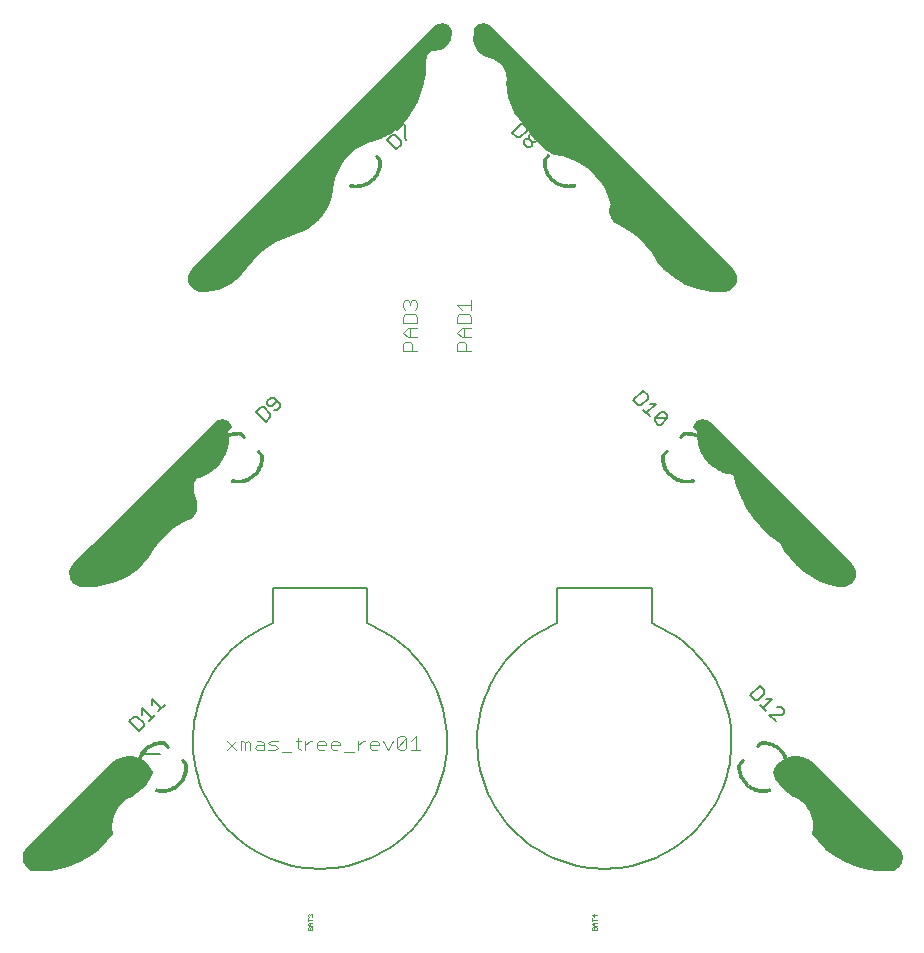
<source format=gto>
G75*
G70*
%OFA0B0*%
%FSLAX24Y24*%
%IPPOS*%
%LPD*%
%AMOC8*
5,1,8,0,0,1.08239X$1,22.5*
%
%ADD10C,0.0080*%
%ADD11C,0.0040*%
%ADD12C,0.0100*%
%ADD13C,0.0010*%
%ADD14C,0.0050*%
D10*
X004390Y006190D02*
X005004Y006190D01*
X008775Y010530D02*
X008775Y011711D01*
X011925Y011711D01*
X011925Y010530D01*
X012115Y010448D01*
X012301Y010357D01*
X012483Y010257D01*
X012659Y010149D01*
X012830Y010032D01*
X012995Y009907D01*
X013154Y009773D01*
X013306Y009633D01*
X013451Y009485D01*
X013589Y009330D01*
X013718Y009168D01*
X013840Y009001D01*
X013954Y008827D01*
X014058Y008649D01*
X014154Y008465D01*
X014241Y008277D01*
X014319Y008085D01*
X014387Y007889D01*
X014446Y007690D01*
X014494Y007489D01*
X014533Y007285D01*
X014562Y007080D01*
X014581Y006874D01*
X014589Y006667D01*
X014588Y006460D01*
X014576Y006253D01*
X014555Y006047D01*
X014523Y005842D01*
X014481Y005639D01*
X014430Y005438D01*
X014369Y005241D01*
X014298Y005046D01*
X014217Y004855D01*
X014128Y004668D01*
X014029Y004486D01*
X013922Y004309D01*
X013806Y004137D01*
X013682Y003971D01*
X013550Y003811D01*
X013410Y003658D01*
X013263Y003512D01*
X013109Y003374D01*
X012949Y003243D01*
X012782Y003120D01*
X012609Y003005D01*
X012431Y002899D01*
X012248Y002802D01*
X012061Y002714D01*
X011869Y002635D01*
X011674Y002565D01*
X011476Y002505D01*
X011275Y002455D01*
X011072Y002415D01*
X010867Y002385D01*
X010661Y002364D01*
X010454Y002354D01*
X010246Y002354D01*
X010039Y002364D01*
X009833Y002385D01*
X009628Y002415D01*
X009425Y002455D01*
X009224Y002505D01*
X009026Y002565D01*
X008831Y002635D01*
X008639Y002714D01*
X008452Y002802D01*
X008269Y002899D01*
X008091Y003005D01*
X007918Y003120D01*
X007751Y003243D01*
X007591Y003374D01*
X007437Y003512D01*
X007290Y003658D01*
X007150Y003811D01*
X007018Y003971D01*
X006894Y004137D01*
X006778Y004309D01*
X006671Y004486D01*
X006572Y004668D01*
X006483Y004855D01*
X006402Y005046D01*
X006331Y005241D01*
X006270Y005438D01*
X006219Y005639D01*
X006177Y005842D01*
X006145Y006047D01*
X006124Y006253D01*
X006112Y006460D01*
X006111Y006667D01*
X006119Y006874D01*
X006138Y007080D01*
X006167Y007285D01*
X006206Y007489D01*
X006254Y007690D01*
X006313Y007889D01*
X006381Y008085D01*
X006459Y008277D01*
X006546Y008465D01*
X006642Y008649D01*
X006746Y008827D01*
X006860Y009001D01*
X006982Y009168D01*
X007111Y009330D01*
X007249Y009485D01*
X007394Y009633D01*
X007546Y009773D01*
X007705Y009907D01*
X007870Y010032D01*
X008041Y010149D01*
X008217Y010257D01*
X008399Y010357D01*
X008585Y010448D01*
X008775Y010530D01*
X018255Y010530D02*
X018255Y011711D01*
X021405Y011711D01*
X021405Y010530D01*
X021595Y010448D01*
X021781Y010357D01*
X021963Y010257D01*
X022139Y010149D01*
X022310Y010032D01*
X022475Y009907D01*
X022634Y009773D01*
X022786Y009633D01*
X022931Y009485D01*
X023069Y009330D01*
X023198Y009168D01*
X023320Y009001D01*
X023434Y008827D01*
X023538Y008649D01*
X023634Y008465D01*
X023721Y008277D01*
X023799Y008085D01*
X023867Y007889D01*
X023926Y007690D01*
X023974Y007489D01*
X024013Y007285D01*
X024042Y007080D01*
X024061Y006874D01*
X024069Y006667D01*
X024068Y006460D01*
X024056Y006253D01*
X024035Y006047D01*
X024003Y005842D01*
X023961Y005639D01*
X023910Y005438D01*
X023849Y005241D01*
X023778Y005046D01*
X023697Y004855D01*
X023608Y004668D01*
X023509Y004486D01*
X023402Y004309D01*
X023286Y004137D01*
X023162Y003971D01*
X023030Y003811D01*
X022890Y003658D01*
X022743Y003512D01*
X022589Y003374D01*
X022429Y003243D01*
X022262Y003120D01*
X022089Y003005D01*
X021911Y002899D01*
X021728Y002802D01*
X021541Y002714D01*
X021349Y002635D01*
X021154Y002565D01*
X020956Y002505D01*
X020755Y002455D01*
X020552Y002415D01*
X020347Y002385D01*
X020141Y002364D01*
X019934Y002354D01*
X019726Y002354D01*
X019519Y002364D01*
X019313Y002385D01*
X019108Y002415D01*
X018905Y002455D01*
X018704Y002505D01*
X018506Y002565D01*
X018311Y002635D01*
X018119Y002714D01*
X017932Y002802D01*
X017749Y002899D01*
X017571Y003005D01*
X017398Y003120D01*
X017231Y003243D01*
X017071Y003374D01*
X016917Y003512D01*
X016770Y003658D01*
X016630Y003811D01*
X016498Y003971D01*
X016374Y004137D01*
X016258Y004309D01*
X016151Y004486D01*
X016052Y004668D01*
X015963Y004855D01*
X015882Y005046D01*
X015811Y005241D01*
X015750Y005438D01*
X015699Y005639D01*
X015657Y005842D01*
X015625Y006047D01*
X015604Y006253D01*
X015592Y006460D01*
X015591Y006667D01*
X015599Y006874D01*
X015618Y007080D01*
X015647Y007285D01*
X015686Y007489D01*
X015734Y007690D01*
X015793Y007889D01*
X015861Y008085D01*
X015939Y008277D01*
X016026Y008465D01*
X016122Y008649D01*
X016226Y008827D01*
X016340Y009001D01*
X016462Y009168D01*
X016591Y009330D01*
X016729Y009485D01*
X016874Y009633D01*
X017026Y009773D01*
X017185Y009907D01*
X017350Y010032D01*
X017521Y010149D01*
X017697Y010257D01*
X017879Y010357D01*
X018065Y010448D01*
X018255Y010530D01*
D11*
X013695Y006310D02*
X013389Y006310D01*
X013542Y006310D02*
X013542Y006770D01*
X013389Y006617D01*
X013235Y006694D02*
X013235Y006387D01*
X013158Y006310D01*
X013005Y006310D01*
X012928Y006387D01*
X013235Y006694D01*
X013158Y006770D01*
X013005Y006770D01*
X012928Y006694D01*
X012928Y006387D01*
X012775Y006617D02*
X012621Y006310D01*
X012468Y006617D01*
X012314Y006540D02*
X012314Y006463D01*
X012007Y006463D01*
X012007Y006387D02*
X012007Y006540D01*
X012084Y006617D01*
X012238Y006617D01*
X012314Y006540D01*
X012238Y006310D02*
X012084Y006310D01*
X012007Y006387D01*
X011854Y006617D02*
X011777Y006617D01*
X011624Y006463D01*
X011624Y006310D02*
X011624Y006617D01*
X011470Y006233D02*
X011163Y006233D01*
X010933Y006310D02*
X010780Y006310D01*
X010703Y006387D01*
X010703Y006540D01*
X010780Y006617D01*
X010933Y006617D01*
X011010Y006540D01*
X011010Y006463D01*
X010703Y006463D01*
X010549Y006463D02*
X010549Y006540D01*
X010473Y006617D01*
X010319Y006617D01*
X010243Y006540D01*
X010243Y006387D01*
X010319Y006310D01*
X010473Y006310D01*
X010549Y006463D02*
X010243Y006463D01*
X010089Y006617D02*
X010012Y006617D01*
X009859Y006463D01*
X009859Y006310D02*
X009859Y006617D01*
X009705Y006617D02*
X009552Y006617D01*
X009629Y006694D02*
X009629Y006387D01*
X009705Y006310D01*
X009398Y006233D02*
X009092Y006233D01*
X008938Y006387D02*
X008861Y006463D01*
X008708Y006463D01*
X008631Y006540D01*
X008708Y006617D01*
X008938Y006617D01*
X008938Y006387D02*
X008861Y006310D01*
X008631Y006310D01*
X008478Y006310D02*
X008248Y006310D01*
X008171Y006387D01*
X008248Y006463D01*
X008478Y006463D01*
X008478Y006540D02*
X008478Y006310D01*
X008478Y006540D02*
X008401Y006617D01*
X008248Y006617D01*
X008017Y006540D02*
X008017Y006310D01*
X007864Y006310D02*
X007864Y006540D01*
X007941Y006617D01*
X008017Y006540D01*
X007864Y006540D02*
X007787Y006617D01*
X007710Y006617D01*
X007710Y006310D01*
X007557Y006310D02*
X007250Y006617D01*
X007250Y006310D02*
X007557Y006617D01*
X013119Y019606D02*
X013119Y019836D01*
X013196Y019913D01*
X013349Y019913D01*
X013426Y019836D01*
X013426Y019606D01*
X013579Y019606D02*
X013119Y019606D01*
X013273Y020066D02*
X013119Y020220D01*
X013273Y020373D01*
X013579Y020373D01*
X013579Y020527D02*
X013119Y020527D01*
X013119Y020757D01*
X013196Y020833D01*
X013503Y020833D01*
X013579Y020757D01*
X013579Y020527D01*
X013349Y020373D02*
X013349Y020066D01*
X013273Y020066D02*
X013579Y020066D01*
X013503Y020987D02*
X013579Y021064D01*
X013579Y021217D01*
X013503Y021294D01*
X013426Y021294D01*
X013349Y021217D01*
X013349Y021140D01*
X013349Y021217D02*
X013273Y021294D01*
X013196Y021294D01*
X013119Y021217D01*
X013119Y021064D01*
X013196Y020987D01*
X014919Y021140D02*
X015073Y020987D01*
X014996Y020833D02*
X014919Y020757D01*
X014919Y020527D01*
X015379Y020527D01*
X015379Y020757D01*
X015303Y020833D01*
X014996Y020833D01*
X014919Y021140D02*
X015379Y021140D01*
X015379Y020987D02*
X015379Y021294D01*
X015379Y020373D02*
X015073Y020373D01*
X014919Y020220D01*
X015073Y020066D01*
X015379Y020066D01*
X015149Y020066D02*
X015149Y020373D01*
X015149Y019913D02*
X014996Y019913D01*
X014919Y019836D01*
X014919Y019606D01*
X015379Y019606D01*
X015226Y019606D02*
X015226Y019836D01*
X015149Y019913D01*
D12*
X000720Y002359D02*
X000652Y002395D01*
X000592Y002442D01*
X000542Y002501D01*
X000504Y002568D01*
X000480Y002640D01*
X000470Y002717D01*
X000475Y002793D01*
X000494Y002867D01*
X000528Y002937D01*
X000573Y002998D01*
X000630Y003050D01*
X003390Y005810D01*
X003479Y005896D01*
X003580Y005968D01*
X003691Y006022D01*
X003810Y006058D01*
X003933Y006075D01*
X004057Y006072D01*
X004178Y006050D01*
X004295Y006009D01*
X004404Y005950D01*
X004502Y005875D01*
X004587Y005784D01*
X004657Y005682D01*
X004710Y005570D01*
X004620Y005388D01*
X004507Y005219D01*
X004373Y005067D01*
X004221Y004933D01*
X004052Y004820D01*
X003870Y004730D01*
X003748Y004638D01*
X003639Y004530D01*
X003546Y004409D01*
X003471Y004276D01*
X003414Y004134D01*
X003377Y003986D01*
X003361Y003834D01*
X003365Y003681D01*
X003390Y003530D01*
X003166Y003264D01*
X002913Y003026D01*
X002633Y002819D01*
X002332Y002646D01*
X002013Y002509D01*
X001679Y002410D01*
X001337Y002350D01*
X000990Y002330D01*
X000870Y002330D01*
X000794Y002337D01*
X000720Y002359D01*
X000656Y002393D02*
X001581Y002393D01*
X001952Y002491D02*
X000551Y002491D01*
X000497Y002590D02*
X002200Y002590D01*
X002405Y002688D02*
X000474Y002688D01*
X000475Y002787D02*
X002576Y002787D01*
X002722Y002885D02*
X000503Y002885D01*
X000562Y002984D02*
X002855Y002984D01*
X002972Y003082D02*
X000662Y003082D01*
X000761Y003181D02*
X003077Y003181D01*
X003178Y003279D02*
X000859Y003279D01*
X000958Y003378D02*
X003261Y003378D01*
X003344Y003476D02*
X001056Y003476D01*
X001155Y003575D02*
X003383Y003575D01*
X003366Y003673D02*
X001253Y003673D01*
X001352Y003772D02*
X003362Y003772D01*
X003364Y003870D02*
X001450Y003870D01*
X001549Y003969D02*
X003375Y003969D01*
X003397Y004067D02*
X001647Y004067D01*
X001746Y004166D02*
X003427Y004166D01*
X003466Y004264D02*
X001844Y004264D01*
X001943Y004363D02*
X003520Y004363D01*
X003586Y004461D02*
X002041Y004461D01*
X002140Y004560D02*
X003669Y004560D01*
X003774Y004658D02*
X002238Y004658D01*
X002337Y004757D02*
X003924Y004757D01*
X004104Y004855D02*
X002435Y004855D01*
X002534Y004954D02*
X004244Y004954D01*
X004356Y005052D02*
X002632Y005052D01*
X002731Y005151D02*
X004446Y005151D01*
X004527Y005249D02*
X002829Y005249D01*
X002928Y005348D02*
X004593Y005348D01*
X004649Y005446D02*
X003026Y005446D01*
X003125Y005545D02*
X004697Y005545D01*
X004676Y005643D02*
X003223Y005643D01*
X003322Y005742D02*
X004617Y005742D01*
X004535Y005840D02*
X003421Y005840D01*
X003539Y005939D02*
X004419Y005939D01*
X004216Y006037D02*
X003741Y006037D01*
X005153Y006556D02*
X005294Y006414D01*
X005747Y005962D02*
X005874Y005835D01*
X003430Y011947D02*
X002131Y011947D01*
X002152Y011922D02*
X002102Y011981D01*
X002064Y012048D01*
X002040Y012120D01*
X002030Y012197D01*
X002035Y012273D01*
X002054Y012347D01*
X002088Y012417D01*
X002133Y012478D01*
X002190Y012530D01*
X006870Y017210D01*
X006916Y017247D01*
X006969Y017275D01*
X007026Y017290D01*
X007085Y017294D01*
X007144Y017286D01*
X007200Y017266D01*
X007250Y017234D01*
X007293Y017194D01*
X007327Y017145D01*
X007350Y017090D01*
X007230Y016970D01*
X007251Y016780D01*
X007244Y016588D01*
X007210Y016400D01*
X007150Y016218D01*
X007065Y016047D01*
X006956Y015890D01*
X006826Y015749D01*
X006677Y015629D01*
X006512Y015531D01*
X006335Y015458D01*
X006150Y015410D01*
X006147Y015437D01*
X006138Y015462D01*
X006124Y015485D01*
X006105Y015504D01*
X006082Y015518D01*
X006057Y015527D01*
X006030Y015530D01*
X006089Y015548D01*
X006150Y015554D01*
X006211Y015548D01*
X006270Y015530D01*
X006199Y015442D01*
X006142Y015344D01*
X006101Y015239D01*
X006077Y015129D01*
X006070Y015016D01*
X006080Y014904D01*
X006107Y014794D01*
X006150Y014690D01*
X006179Y014602D01*
X006192Y014510D01*
X006190Y014417D01*
X006172Y014326D01*
X006138Y014240D01*
X006091Y014160D01*
X006030Y014090D01*
X005732Y013944D01*
X005453Y013765D01*
X005195Y013555D01*
X004964Y013317D01*
X004761Y013054D01*
X004590Y012770D01*
X004396Y012551D01*
X004179Y012356D01*
X003940Y012188D01*
X003684Y012049D01*
X003413Y011940D01*
X003131Y011863D01*
X002842Y011820D01*
X002550Y011810D01*
X002430Y011810D01*
X002354Y011817D01*
X002280Y011839D01*
X002212Y011875D01*
X002152Y011922D01*
X002262Y011849D02*
X003033Y011849D01*
X003676Y012046D02*
X002066Y012046D01*
X002037Y012144D02*
X003859Y012144D01*
X004017Y012243D02*
X002033Y012243D01*
X002053Y012341D02*
X004157Y012341D01*
X004272Y012440D02*
X002105Y012440D01*
X002198Y012538D02*
X004382Y012538D01*
X004472Y012637D02*
X002297Y012637D01*
X002395Y012735D02*
X004559Y012735D01*
X004628Y012834D02*
X002494Y012834D01*
X002592Y012932D02*
X004688Y012932D01*
X004747Y013031D02*
X002691Y013031D01*
X002789Y013129D02*
X004819Y013129D01*
X004895Y013228D02*
X002888Y013228D01*
X002986Y013326D02*
X004973Y013326D01*
X005069Y013425D02*
X003085Y013425D01*
X003183Y013523D02*
X005164Y013523D01*
X005277Y013622D02*
X003282Y013622D01*
X003380Y013720D02*
X005398Y013720D01*
X005536Y013819D02*
X003479Y013819D01*
X003577Y013917D02*
X005690Y013917D01*
X005878Y014016D02*
X003676Y014016D01*
X003774Y014114D02*
X006051Y014114D01*
X006122Y014213D02*
X003873Y014213D01*
X003971Y014311D02*
X006166Y014311D01*
X006188Y014410D02*
X004070Y014410D01*
X004168Y014508D02*
X006192Y014508D01*
X006177Y014607D02*
X004267Y014607D01*
X004365Y014705D02*
X006144Y014705D01*
X006104Y014804D02*
X004464Y014804D01*
X004562Y014902D02*
X006080Y014902D01*
X006071Y015001D02*
X004661Y015001D01*
X004759Y015099D02*
X006075Y015099D01*
X006092Y015198D02*
X004858Y015198D01*
X004956Y015296D02*
X006124Y015296D01*
X006172Y015395D02*
X005055Y015395D01*
X005153Y015493D02*
X006116Y015493D01*
X006240Y015493D02*
X006421Y015493D01*
X006614Y015592D02*
X005252Y015592D01*
X005350Y015690D02*
X006752Y015690D01*
X006862Y015789D02*
X005449Y015789D01*
X005547Y015887D02*
X006953Y015887D01*
X007022Y015986D02*
X005646Y015986D01*
X005744Y016084D02*
X007083Y016084D01*
X007132Y016183D02*
X005843Y016183D01*
X005941Y016281D02*
X007171Y016281D01*
X007204Y016380D02*
X006040Y016380D01*
X006138Y016478D02*
X007224Y016478D01*
X007242Y016577D02*
X006237Y016577D01*
X006335Y016675D02*
X007247Y016675D01*
X007251Y016774D02*
X006434Y016774D01*
X006532Y016872D02*
X007241Y016872D01*
X007231Y016971D02*
X006631Y016971D01*
X006729Y017069D02*
X007329Y017069D01*
X007311Y017168D02*
X006828Y017168D01*
X006952Y017266D02*
X007199Y017266D01*
X007681Y016871D02*
X007822Y016729D01*
X008275Y016277D02*
X008402Y016150D01*
X006948Y021724D02*
X006731Y021672D01*
X006510Y021650D01*
X006390Y021650D01*
X006314Y021657D01*
X006240Y021679D01*
X006172Y021715D01*
X006112Y021762D01*
X006062Y021821D01*
X006024Y021888D01*
X006000Y021960D01*
X005990Y022037D01*
X005995Y022113D01*
X006014Y022187D01*
X006048Y022257D01*
X006093Y022318D01*
X006150Y022370D01*
X014190Y030410D01*
X014236Y030447D01*
X014289Y030475D01*
X014346Y030490D01*
X014405Y030494D01*
X014464Y030486D01*
X014520Y030466D01*
X014570Y030434D01*
X014613Y030394D01*
X014647Y030345D01*
X014670Y030290D01*
X014670Y030170D01*
X014663Y030087D01*
X014641Y030006D01*
X014606Y029930D01*
X014558Y029861D01*
X014499Y029802D01*
X014430Y029754D01*
X014354Y029719D01*
X014273Y029697D01*
X014190Y029690D01*
X014120Y029683D01*
X014052Y029663D01*
X013990Y029629D01*
X013935Y029585D01*
X013891Y029530D01*
X013857Y029468D01*
X013837Y029400D01*
X013830Y029330D01*
X013830Y029210D01*
X013812Y028887D01*
X013758Y028569D01*
X013669Y028258D01*
X013546Y027959D01*
X013391Y027676D01*
X013204Y027412D01*
X012990Y027170D01*
X012845Y027039D01*
X012686Y026924D01*
X012516Y026827D01*
X012337Y026748D01*
X012150Y026690D01*
X011926Y026618D01*
X011712Y026519D01*
X011511Y026395D01*
X011328Y026247D01*
X011164Y026078D01*
X011022Y025890D01*
X010904Y025686D01*
X010812Y025469D01*
X010747Y025243D01*
X010710Y025010D01*
X010674Y024792D01*
X010610Y024580D01*
X010518Y024379D01*
X010401Y024192D01*
X010259Y024022D01*
X010096Y023872D01*
X009915Y023746D01*
X009718Y023644D01*
X009510Y023570D01*
X009179Y023455D01*
X008862Y023303D01*
X008566Y023116D01*
X008293Y022896D01*
X008046Y022646D01*
X007830Y022370D01*
X007691Y022196D01*
X007531Y022042D01*
X007351Y021910D01*
X007156Y021804D01*
X006948Y021724D01*
X006841Y021699D02*
X006203Y021699D01*
X006082Y021797D02*
X007138Y021797D01*
X007324Y021896D02*
X006022Y021896D01*
X005996Y021994D02*
X007465Y021994D01*
X007583Y022093D02*
X005994Y022093D01*
X006016Y022191D02*
X007686Y022191D01*
X007766Y022290D02*
X006072Y022290D01*
X006168Y022388D02*
X007844Y022388D01*
X007921Y022487D02*
X006267Y022487D01*
X006365Y022585D02*
X007998Y022585D01*
X008083Y022684D02*
X006464Y022684D01*
X006562Y022782D02*
X008180Y022782D01*
X008277Y022881D02*
X006661Y022881D01*
X006759Y022979D02*
X008396Y022979D01*
X008518Y023078D02*
X006858Y023078D01*
X006956Y023176D02*
X008661Y023176D01*
X008817Y023275D02*
X007055Y023275D01*
X007153Y023373D02*
X009008Y023373D01*
X009226Y023472D02*
X007252Y023472D01*
X007350Y023570D02*
X009510Y023570D01*
X009765Y023669D02*
X007449Y023669D01*
X007547Y023767D02*
X009945Y023767D01*
X010086Y023866D02*
X007646Y023866D01*
X007744Y023964D02*
X010196Y023964D01*
X010293Y024063D02*
X007843Y024063D01*
X007941Y024161D02*
X010375Y024161D01*
X010443Y024260D02*
X008040Y024260D01*
X008138Y024358D02*
X010505Y024358D01*
X010554Y024457D02*
X008237Y024457D01*
X008335Y024555D02*
X010599Y024555D01*
X010632Y024654D02*
X008434Y024654D01*
X008532Y024752D02*
X010662Y024752D01*
X010684Y024851D02*
X008631Y024851D01*
X008729Y024949D02*
X010700Y024949D01*
X010716Y025048D02*
X008828Y025048D01*
X008926Y025146D02*
X010731Y025146D01*
X010747Y025245D02*
X009025Y025245D01*
X009123Y025343D02*
X010775Y025343D01*
X010804Y025442D02*
X009222Y025442D01*
X009320Y025540D02*
X010842Y025540D01*
X010884Y025639D02*
X009419Y025639D01*
X009517Y025737D02*
X010933Y025737D01*
X010990Y025836D02*
X009616Y025836D01*
X009714Y025934D02*
X011055Y025934D01*
X011130Y026033D02*
X009813Y026033D01*
X009911Y026131D02*
X011215Y026131D01*
X011311Y026230D02*
X010010Y026230D01*
X010108Y026328D02*
X011428Y026328D01*
X011562Y026427D02*
X010207Y026427D01*
X010305Y026525D02*
X011724Y026525D01*
X011759Y026572D02*
X011618Y026713D01*
X011943Y026624D02*
X010404Y026624D01*
X010502Y026722D02*
X012253Y026722D01*
X012503Y026821D02*
X010601Y026821D01*
X010699Y026919D02*
X012678Y026919D01*
X012816Y027018D02*
X010798Y027018D01*
X010896Y027116D02*
X012930Y027116D01*
X013030Y027215D02*
X010995Y027215D01*
X011093Y027313D02*
X013117Y027313D01*
X013204Y027412D02*
X011192Y027412D01*
X011290Y027510D02*
X013274Y027510D01*
X013343Y027609D02*
X011389Y027609D01*
X011487Y027707D02*
X013408Y027707D01*
X013462Y027806D02*
X011586Y027806D01*
X011684Y027904D02*
X013516Y027904D01*
X013564Y028003D02*
X011783Y028003D01*
X011881Y028101D02*
X013604Y028101D01*
X013645Y028200D02*
X011980Y028200D01*
X012078Y028298D02*
X013681Y028298D01*
X013709Y028397D02*
X012177Y028397D01*
X012275Y028495D02*
X013737Y028495D01*
X013762Y028594D02*
X012374Y028594D01*
X012472Y028692D02*
X013779Y028692D01*
X013796Y028791D02*
X012571Y028791D01*
X012669Y028889D02*
X013812Y028889D01*
X013818Y028988D02*
X012768Y028988D01*
X012866Y029086D02*
X013823Y029086D01*
X013829Y029185D02*
X012965Y029185D01*
X013063Y029283D02*
X013830Y029283D01*
X013835Y029382D02*
X013162Y029382D01*
X013260Y029480D02*
X013864Y029480D01*
X013931Y029579D02*
X013359Y029579D01*
X013457Y029677D02*
X014100Y029677D01*
X014460Y029776D02*
X013556Y029776D01*
X013654Y029874D02*
X014567Y029874D01*
X014626Y029973D02*
X013753Y029973D01*
X013851Y030071D02*
X014659Y030071D01*
X014670Y030170D02*
X013950Y030170D01*
X014048Y030268D02*
X014670Y030268D01*
X014632Y030367D02*
X014147Y030367D01*
X014270Y030465D02*
X014521Y030465D01*
X015510Y030290D02*
X015510Y030170D01*
X015499Y030075D01*
X015502Y029979D01*
X015521Y029885D01*
X015554Y029794D01*
X015601Y029711D01*
X015660Y029635D01*
X015731Y029570D01*
X015810Y029516D01*
X015898Y029476D01*
X015990Y029450D01*
X016110Y029412D01*
X016222Y029356D01*
X016324Y029283D01*
X016414Y029195D01*
X016489Y029094D01*
X016547Y028983D01*
X016587Y028864D01*
X016607Y028740D01*
X016609Y028614D01*
X016590Y028490D01*
X016590Y028610D01*
X016608Y028344D01*
X016661Y028083D01*
X016748Y027831D01*
X016866Y027592D01*
X017014Y027370D01*
X017190Y027170D01*
X017338Y026939D01*
X017510Y026724D01*
X017704Y026530D01*
X017919Y026358D01*
X018150Y026210D01*
X018418Y026165D01*
X018678Y026087D01*
X018927Y025979D01*
X019161Y025840D01*
X019376Y025674D01*
X019569Y025483D01*
X019737Y025270D01*
X019878Y025037D01*
X019990Y024790D01*
X020070Y024530D01*
X020041Y024442D01*
X020028Y024350D01*
X020030Y024257D01*
X020048Y024166D01*
X020082Y024080D01*
X020129Y024000D01*
X020190Y023930D01*
X020488Y023784D01*
X020767Y023605D01*
X021025Y023395D01*
X021256Y023157D01*
X021459Y022894D01*
X021630Y022610D01*
X021824Y022391D01*
X022041Y022196D01*
X022280Y022028D01*
X022536Y021889D01*
X022807Y021780D01*
X023089Y021703D01*
X023378Y021660D01*
X023670Y021650D01*
X023790Y021650D01*
X023866Y021657D01*
X023940Y021679D01*
X024008Y021715D01*
X024068Y021762D01*
X024118Y021821D01*
X024156Y021888D01*
X024180Y021960D01*
X024190Y022037D01*
X024185Y022113D01*
X024166Y022187D01*
X024132Y022257D01*
X024087Y022318D01*
X024030Y022370D01*
X015990Y030410D01*
X015944Y030447D01*
X015891Y030475D01*
X015834Y030490D01*
X015775Y030494D01*
X015716Y030486D01*
X015660Y030466D01*
X015610Y030434D01*
X015567Y030394D01*
X015533Y030345D01*
X015510Y030290D01*
X015510Y030268D02*
X016132Y030268D01*
X016230Y030170D02*
X015510Y030170D01*
X015499Y030071D02*
X016329Y030071D01*
X016427Y029973D02*
X015503Y029973D01*
X015525Y029874D02*
X016526Y029874D01*
X016624Y029776D02*
X015565Y029776D01*
X015627Y029677D02*
X016723Y029677D01*
X016821Y029579D02*
X015721Y029579D01*
X015889Y029480D02*
X016920Y029480D01*
X017018Y029382D02*
X016171Y029382D01*
X016325Y029283D02*
X017117Y029283D01*
X017215Y029185D02*
X016422Y029185D01*
X016493Y029086D02*
X017314Y029086D01*
X017412Y028988D02*
X016544Y028988D01*
X016578Y028889D02*
X017511Y028889D01*
X017609Y028791D02*
X016599Y028791D01*
X016608Y028692D02*
X017708Y028692D01*
X017806Y028594D02*
X016605Y028594D01*
X016591Y028594D02*
X016590Y028594D01*
X016590Y028495D02*
X016591Y028495D01*
X016598Y028495D02*
X017905Y028495D01*
X018003Y028397D02*
X016605Y028397D01*
X016618Y028298D02*
X018102Y028298D01*
X018200Y028200D02*
X016638Y028200D01*
X016658Y028101D02*
X018299Y028101D01*
X018397Y028003D02*
X016689Y028003D01*
X016722Y027904D02*
X018496Y027904D01*
X018594Y027806D02*
X016760Y027806D01*
X016809Y027707D02*
X018693Y027707D01*
X018791Y027609D02*
X016858Y027609D01*
X016921Y027510D02*
X018890Y027510D01*
X018988Y027412D02*
X016987Y027412D01*
X017064Y027313D02*
X019087Y027313D01*
X019185Y027215D02*
X017151Y027215D01*
X017224Y027116D02*
X019284Y027116D01*
X019382Y027018D02*
X017288Y027018D01*
X017354Y026919D02*
X019481Y026919D01*
X019579Y026821D02*
X017433Y026821D01*
X017513Y026722D02*
X019678Y026722D01*
X019776Y026624D02*
X017611Y026624D01*
X017711Y026525D02*
X019875Y026525D01*
X019973Y026427D02*
X017833Y026427D01*
X017965Y026328D02*
X020072Y026328D01*
X020170Y026230D02*
X018119Y026230D01*
X017969Y026133D02*
X017828Y025992D01*
X018532Y026131D02*
X020269Y026131D01*
X020367Y026033D02*
X018804Y026033D01*
X019002Y025934D02*
X020466Y025934D01*
X020564Y025836D02*
X019167Y025836D01*
X019294Y025737D02*
X020663Y025737D01*
X020761Y025639D02*
X019412Y025639D01*
X019511Y025540D02*
X020860Y025540D01*
X020958Y025442D02*
X019602Y025442D01*
X019680Y025343D02*
X021057Y025343D01*
X021155Y025245D02*
X019753Y025245D01*
X019812Y025146D02*
X021254Y025146D01*
X021352Y025048D02*
X019872Y025048D01*
X019918Y024949D02*
X021451Y024949D01*
X021549Y024851D02*
X019962Y024851D01*
X020001Y024752D02*
X021648Y024752D01*
X021746Y024654D02*
X020032Y024654D01*
X020062Y024555D02*
X021845Y024555D01*
X021943Y024457D02*
X020046Y024457D01*
X020029Y024358D02*
X022042Y024358D01*
X022140Y024260D02*
X020030Y024260D01*
X020050Y024161D02*
X022239Y024161D01*
X022337Y024063D02*
X020092Y024063D01*
X020161Y023964D02*
X022436Y023964D01*
X022534Y023866D02*
X020322Y023866D01*
X020514Y023767D02*
X022633Y023767D01*
X022731Y023669D02*
X020668Y023669D01*
X020810Y023570D02*
X022830Y023570D01*
X022928Y023472D02*
X020931Y023472D01*
X021046Y023373D02*
X023027Y023373D01*
X023125Y023275D02*
X021142Y023275D01*
X021238Y023176D02*
X023224Y023176D01*
X023322Y023078D02*
X021317Y023078D01*
X021393Y022979D02*
X023421Y022979D01*
X023519Y022881D02*
X021467Y022881D01*
X021526Y022782D02*
X023618Y022782D01*
X023716Y022684D02*
X021586Y022684D01*
X021652Y022585D02*
X023815Y022585D01*
X023913Y022487D02*
X021739Y022487D01*
X021827Y022388D02*
X024012Y022388D01*
X024108Y022290D02*
X021937Y022290D01*
X022049Y022191D02*
X024164Y022191D01*
X024186Y022093D02*
X022188Y022093D01*
X022343Y021994D02*
X024184Y021994D01*
X024158Y021896D02*
X022524Y021896D01*
X022765Y021797D02*
X024098Y021797D01*
X023977Y021699D02*
X023120Y021699D01*
X023095Y017294D02*
X023036Y017286D01*
X022980Y017266D01*
X022930Y017234D01*
X022887Y017194D01*
X022853Y017145D01*
X022830Y017090D01*
X022950Y016970D01*
X022946Y016781D01*
X022970Y016593D01*
X023019Y016411D01*
X023095Y016237D01*
X023194Y016076D01*
X023315Y015931D01*
X023455Y015804D01*
X023612Y015699D01*
X023783Y015617D01*
X023963Y015561D01*
X024150Y015530D01*
X024256Y015139D01*
X024405Y014763D01*
X024595Y014406D01*
X024823Y014072D01*
X025088Y013765D01*
X025384Y013490D01*
X025710Y013250D01*
X025865Y012980D01*
X026050Y012730D01*
X026262Y012504D01*
X026500Y012303D01*
X026759Y012131D01*
X027036Y011990D01*
X027328Y011883D01*
X027630Y011810D01*
X027750Y011810D01*
X027826Y011817D01*
X027900Y011839D01*
X027968Y011875D01*
X028028Y011922D01*
X028078Y011981D01*
X028116Y012048D01*
X028140Y012120D01*
X028150Y012197D01*
X028145Y012273D01*
X028126Y012347D01*
X028092Y012417D01*
X028047Y012478D01*
X027990Y012530D01*
X023310Y017210D01*
X023264Y017247D01*
X023211Y017275D01*
X023154Y017290D01*
X023095Y017294D01*
X022981Y017266D02*
X023228Y017266D01*
X023352Y017168D02*
X022869Y017168D01*
X022851Y017069D02*
X023451Y017069D01*
X023549Y016971D02*
X022949Y016971D01*
X022948Y016872D02*
X023648Y016872D01*
X023746Y016774D02*
X022947Y016774D01*
X022960Y016675D02*
X023845Y016675D01*
X023943Y016577D02*
X022974Y016577D01*
X023001Y016478D02*
X024042Y016478D01*
X024140Y016380D02*
X023033Y016380D01*
X023076Y016281D02*
X024239Y016281D01*
X024337Y016183D02*
X023128Y016183D01*
X023189Y016084D02*
X024436Y016084D01*
X024534Y015986D02*
X023269Y015986D01*
X023364Y015887D02*
X024633Y015887D01*
X024731Y015789D02*
X023479Y015789D01*
X023631Y015690D02*
X024830Y015690D01*
X024928Y015592D02*
X023865Y015592D01*
X024160Y015493D02*
X025027Y015493D01*
X025125Y015395D02*
X024187Y015395D01*
X024214Y015296D02*
X025224Y015296D01*
X025322Y015198D02*
X024240Y015198D01*
X024272Y015099D02*
X025421Y015099D01*
X025519Y015001D02*
X024311Y015001D01*
X024350Y014902D02*
X025618Y014902D01*
X025716Y014804D02*
X024389Y014804D01*
X024436Y014705D02*
X025815Y014705D01*
X025913Y014607D02*
X024488Y014607D01*
X024541Y014508D02*
X026012Y014508D01*
X026110Y014410D02*
X024593Y014410D01*
X024660Y014311D02*
X026209Y014311D01*
X026307Y014213D02*
X024727Y014213D01*
X024795Y014114D02*
X026406Y014114D01*
X026504Y014016D02*
X024872Y014016D01*
X024957Y013917D02*
X026603Y013917D01*
X026701Y013819D02*
X025042Y013819D01*
X025137Y013720D02*
X026800Y013720D01*
X026898Y013622D02*
X025243Y013622D01*
X025349Y013523D02*
X026997Y013523D01*
X027095Y013425D02*
X025474Y013425D01*
X025607Y013326D02*
X027194Y013326D01*
X027292Y013228D02*
X025723Y013228D01*
X025779Y013129D02*
X027391Y013129D01*
X027489Y013031D02*
X025836Y013031D01*
X025900Y012932D02*
X027588Y012932D01*
X027686Y012834D02*
X025973Y012834D01*
X026046Y012735D02*
X027785Y012735D01*
X027883Y012637D02*
X026138Y012637D01*
X026230Y012538D02*
X027982Y012538D01*
X028075Y012440D02*
X026338Y012440D01*
X026454Y012341D02*
X028127Y012341D01*
X028147Y012243D02*
X026591Y012243D01*
X026739Y012144D02*
X028143Y012144D01*
X028114Y012046D02*
X026927Y012046D01*
X027154Y011947D02*
X028049Y011947D01*
X027918Y011849D02*
X027470Y011849D01*
X025035Y006556D02*
X024907Y006429D01*
X024455Y005976D02*
X024313Y005835D01*
X025470Y005570D02*
X025560Y005388D01*
X025673Y005219D01*
X025807Y005067D01*
X025959Y004933D01*
X026128Y004820D01*
X026310Y004730D01*
X026432Y004638D01*
X026541Y004530D01*
X026634Y004409D01*
X026709Y004276D01*
X026766Y004134D01*
X026803Y003986D01*
X026819Y003834D01*
X026815Y003681D01*
X026790Y003530D01*
X027014Y003264D01*
X027267Y003026D01*
X027547Y002819D01*
X027848Y002646D01*
X028167Y002509D01*
X028501Y002410D01*
X028843Y002350D01*
X029190Y002330D01*
X029310Y002330D01*
X029386Y002337D01*
X029460Y002359D01*
X029528Y002395D01*
X029588Y002442D01*
X029638Y002501D01*
X029676Y002568D01*
X029700Y002640D01*
X029710Y002717D01*
X029705Y002793D01*
X029686Y002867D01*
X029652Y002937D01*
X029607Y002998D01*
X029550Y003050D01*
X026790Y005810D01*
X026701Y005896D01*
X026600Y005968D01*
X026489Y006022D01*
X026370Y006058D01*
X026247Y006075D01*
X026123Y006072D01*
X026002Y006050D01*
X025885Y006009D01*
X025776Y005950D01*
X025678Y005875D01*
X025593Y005784D01*
X025523Y005682D01*
X025470Y005570D01*
X025483Y005545D02*
X027055Y005545D01*
X026957Y005643D02*
X025504Y005643D01*
X025563Y005742D02*
X026858Y005742D01*
X026759Y005840D02*
X025645Y005840D01*
X025761Y005939D02*
X026641Y005939D01*
X026439Y006037D02*
X025964Y006037D01*
X025531Y005446D02*
X027154Y005446D01*
X027252Y005348D02*
X025587Y005348D01*
X025653Y005249D02*
X027351Y005249D01*
X027449Y005151D02*
X025734Y005151D01*
X025824Y005052D02*
X027548Y005052D01*
X027646Y004954D02*
X025936Y004954D01*
X026076Y004855D02*
X027745Y004855D01*
X027843Y004757D02*
X026256Y004757D01*
X026406Y004658D02*
X027942Y004658D01*
X028040Y004560D02*
X026511Y004560D01*
X026594Y004461D02*
X028139Y004461D01*
X028237Y004363D02*
X026660Y004363D01*
X026714Y004264D02*
X028336Y004264D01*
X028434Y004166D02*
X026753Y004166D01*
X026783Y004067D02*
X028533Y004067D01*
X028631Y003969D02*
X026805Y003969D01*
X026816Y003870D02*
X028730Y003870D01*
X028828Y003772D02*
X026818Y003772D01*
X026814Y003673D02*
X028927Y003673D01*
X029025Y003575D02*
X026797Y003575D01*
X026836Y003476D02*
X029124Y003476D01*
X029222Y003378D02*
X026919Y003378D01*
X027002Y003279D02*
X029321Y003279D01*
X029419Y003181D02*
X027103Y003181D01*
X027208Y003082D02*
X029518Y003082D01*
X029618Y002984D02*
X027325Y002984D01*
X027458Y002885D02*
X029677Y002885D01*
X029705Y002787D02*
X027604Y002787D01*
X027775Y002688D02*
X029706Y002688D01*
X029683Y002590D02*
X027980Y002590D01*
X028228Y002491D02*
X029629Y002491D01*
X029524Y002393D02*
X028599Y002393D01*
X021765Y016150D02*
X021906Y016291D01*
X022359Y016743D02*
X022486Y016871D01*
X018422Y026586D02*
X018549Y026713D01*
X016033Y030367D02*
X015548Y030367D01*
X015659Y030465D02*
X015910Y030465D01*
X012212Y026119D02*
X012339Y025992D01*
D13*
X010939Y026507D02*
X011003Y026444D01*
X010966Y026405D01*
X010933Y026363D01*
X010902Y026318D01*
X010875Y026272D01*
X010852Y026224D01*
X010831Y026174D01*
X010815Y026123D01*
X010801Y026071D01*
X010792Y026018D01*
X010787Y025965D01*
X010785Y025911D01*
X010787Y025857D01*
X010793Y025804D01*
X010803Y025751D01*
X010816Y025699D01*
X010731Y025673D01*
X010730Y025673D01*
X010716Y025727D01*
X010705Y025783D01*
X010698Y025839D01*
X010695Y025895D01*
X010696Y025952D01*
X010700Y026008D01*
X010708Y026064D01*
X010720Y026119D01*
X010736Y026173D01*
X010755Y026226D01*
X010777Y026278D01*
X010803Y026328D01*
X010833Y026376D01*
X010865Y026423D01*
X010901Y026466D01*
X010939Y026508D01*
X010945Y026502D01*
X010907Y026461D01*
X010872Y026417D01*
X010840Y026371D01*
X010811Y026324D01*
X010786Y026274D01*
X010763Y026223D01*
X010744Y026170D01*
X010729Y026117D01*
X010717Y026062D01*
X010709Y026007D01*
X010705Y025951D01*
X010704Y025895D01*
X010707Y025840D01*
X010714Y025784D01*
X010725Y025729D01*
X010739Y025675D01*
X010747Y025678D01*
X010733Y025731D01*
X010723Y025786D01*
X010716Y025840D01*
X010713Y025896D01*
X010714Y025951D01*
X010718Y026006D01*
X010726Y026061D01*
X010738Y026115D01*
X010753Y026168D01*
X010772Y026220D01*
X010794Y026270D01*
X010819Y026319D01*
X010848Y026366D01*
X010880Y026412D01*
X010914Y026455D01*
X010952Y026495D01*
X010958Y026489D01*
X010921Y026449D01*
X010887Y026406D01*
X010855Y026362D01*
X010827Y026315D01*
X010802Y026266D01*
X010780Y026216D01*
X010761Y026165D01*
X010746Y026112D01*
X010735Y026059D01*
X010727Y026005D01*
X010723Y025950D01*
X010722Y025896D01*
X010725Y025841D01*
X010732Y025787D01*
X010742Y025733D01*
X010756Y025681D01*
X010765Y025683D01*
X010751Y025735D01*
X010741Y025789D01*
X010734Y025842D01*
X010731Y025896D01*
X010732Y025950D01*
X010736Y026004D01*
X010744Y026057D01*
X010755Y026110D01*
X010770Y026162D01*
X010788Y026213D01*
X010810Y026262D01*
X010835Y026310D01*
X010863Y026357D01*
X010894Y026401D01*
X010928Y026443D01*
X010964Y026482D01*
X010971Y026476D01*
X010935Y026437D01*
X010901Y026395D01*
X010870Y026352D01*
X010843Y026306D01*
X010818Y026259D01*
X010797Y026210D01*
X010779Y026159D01*
X010764Y026108D01*
X010753Y026056D01*
X010745Y026003D01*
X010741Y025950D01*
X010740Y025896D01*
X010743Y025843D01*
X010750Y025790D01*
X010760Y025738D01*
X010773Y025686D01*
X010782Y025688D01*
X010768Y025740D01*
X010759Y025791D01*
X010752Y025844D01*
X010749Y025897D01*
X010750Y025949D01*
X010754Y026002D01*
X010762Y026054D01*
X010773Y026106D01*
X010787Y026157D01*
X010805Y026206D01*
X010826Y026255D01*
X010850Y026302D01*
X010878Y026347D01*
X010908Y026390D01*
X010941Y026431D01*
X010977Y026470D01*
X010984Y026463D01*
X010946Y026422D01*
X010911Y026379D01*
X010880Y026333D01*
X010852Y026285D01*
X010827Y026235D01*
X010806Y026183D01*
X010789Y026131D01*
X010775Y026077D01*
X010765Y026022D01*
X010760Y025966D01*
X010758Y025911D01*
X010760Y025855D01*
X010766Y025800D01*
X010776Y025745D01*
X010790Y025691D01*
X010799Y025694D01*
X010785Y025747D01*
X010775Y025801D01*
X010769Y025856D01*
X010767Y025911D01*
X010769Y025966D01*
X010774Y026020D01*
X010784Y026075D01*
X010797Y026128D01*
X010814Y026180D01*
X010835Y026231D01*
X010859Y026281D01*
X010887Y026328D01*
X010918Y026373D01*
X010953Y026417D01*
X010990Y026457D01*
X010996Y026451D01*
X010959Y026411D01*
X010926Y026368D01*
X010895Y026323D01*
X010867Y026276D01*
X010843Y026228D01*
X010823Y026177D01*
X010806Y026126D01*
X010793Y026073D01*
X010783Y026019D01*
X010778Y025965D01*
X010776Y025911D01*
X010778Y025856D01*
X010784Y025802D01*
X010794Y025749D01*
X010808Y025696D01*
X011323Y025098D02*
X011347Y025185D01*
X011346Y025184D02*
X011397Y025173D01*
X011449Y025165D01*
X011501Y025160D01*
X011553Y025159D01*
X011605Y025162D01*
X011657Y025168D01*
X011708Y025178D01*
X011759Y025191D01*
X011808Y025208D01*
X011857Y025229D01*
X011903Y025252D01*
X011948Y025279D01*
X011991Y025309D01*
X012032Y025341D01*
X012070Y025377D01*
X012133Y025313D01*
X012134Y025313D01*
X012094Y025276D01*
X012051Y025241D01*
X012006Y025209D01*
X011960Y025181D01*
X011911Y025155D01*
X011861Y025132D01*
X011809Y025113D01*
X011757Y025097D01*
X011703Y025085D01*
X011649Y025076D01*
X011595Y025071D01*
X011540Y025069D01*
X011485Y025071D01*
X011430Y025076D01*
X011376Y025085D01*
X011323Y025097D01*
X011325Y025106D01*
X011378Y025094D01*
X011431Y025085D01*
X011485Y025080D01*
X011540Y025078D01*
X011594Y025080D01*
X011648Y025085D01*
X011702Y025094D01*
X011755Y025106D01*
X011807Y025122D01*
X011857Y025141D01*
X011907Y025163D01*
X011955Y025188D01*
X012001Y025217D01*
X012046Y025248D01*
X012088Y025282D01*
X012128Y025319D01*
X012121Y025326D01*
X012082Y025289D01*
X012040Y025255D01*
X011996Y025224D01*
X011951Y025196D01*
X011903Y025171D01*
X011854Y025149D01*
X011804Y025130D01*
X011752Y025115D01*
X011700Y025103D01*
X011647Y025094D01*
X011593Y025089D01*
X011540Y025087D01*
X011486Y025089D01*
X011433Y025094D01*
X011380Y025103D01*
X011327Y025115D01*
X011330Y025124D01*
X011385Y025111D01*
X011441Y025102D01*
X011497Y025097D01*
X011554Y025096D01*
X011611Y025099D01*
X011667Y025106D01*
X011722Y025117D01*
X011777Y025131D01*
X011831Y025149D01*
X011883Y025171D01*
X011934Y025197D01*
X011982Y025226D01*
X012029Y025258D01*
X012073Y025294D01*
X012115Y025332D01*
X012109Y025338D01*
X012067Y025300D01*
X012024Y025265D01*
X011978Y025234D01*
X011929Y025205D01*
X011879Y025180D01*
X011828Y025158D01*
X011775Y025140D01*
X011720Y025125D01*
X011665Y025115D01*
X011610Y025108D01*
X011554Y025105D01*
X011498Y025106D01*
X011442Y025111D01*
X011387Y025120D01*
X011332Y025132D01*
X011334Y025141D01*
X011388Y025129D01*
X011443Y025120D01*
X011498Y025115D01*
X011554Y025114D01*
X011609Y025117D01*
X011664Y025124D01*
X011718Y025134D01*
X011772Y025148D01*
X011824Y025166D01*
X011876Y025188D01*
X011925Y025213D01*
X011973Y025241D01*
X012018Y025273D01*
X012061Y025307D01*
X012102Y025345D01*
X012096Y025351D01*
X012056Y025314D01*
X012013Y025280D01*
X011968Y025249D01*
X011921Y025221D01*
X011872Y025196D01*
X011821Y025175D01*
X011769Y025157D01*
X011716Y025143D01*
X011663Y025133D01*
X011608Y025126D01*
X011554Y025123D01*
X011499Y025124D01*
X011444Y025129D01*
X011390Y025137D01*
X011337Y025150D01*
X011339Y025158D01*
X011392Y025146D01*
X011445Y025138D01*
X011499Y025133D01*
X011553Y025132D01*
X011608Y025135D01*
X011661Y025141D01*
X011714Y025152D01*
X011767Y025166D01*
X011818Y025183D01*
X011868Y025204D01*
X011916Y025228D01*
X011963Y025256D01*
X012007Y025287D01*
X012050Y025321D01*
X012089Y025358D01*
X012083Y025364D01*
X012044Y025328D01*
X012002Y025294D01*
X011958Y025264D01*
X011912Y025236D01*
X011864Y025212D01*
X011815Y025192D01*
X011764Y025174D01*
X011712Y025160D01*
X011660Y025150D01*
X011607Y025144D01*
X011553Y025141D01*
X011500Y025142D01*
X011446Y025147D01*
X011394Y025155D01*
X011341Y025167D01*
X011344Y025176D01*
X011395Y025164D01*
X011448Y025156D01*
X011500Y025151D01*
X011553Y025150D01*
X011606Y025153D01*
X011659Y025159D01*
X011710Y025169D01*
X011762Y025183D01*
X011812Y025200D01*
X011860Y025220D01*
X011908Y025244D01*
X011953Y025271D01*
X011997Y025301D01*
X012038Y025334D01*
X012077Y025370D01*
X011611Y026755D02*
X011603Y026666D01*
X011549Y026669D01*
X011495Y026668D01*
X011441Y026662D01*
X011387Y026653D01*
X011335Y026641D01*
X011283Y026624D01*
X011233Y026604D01*
X011184Y026580D01*
X011137Y026552D01*
X011092Y026522D01*
X011050Y026488D01*
X011010Y026451D01*
X010947Y026515D01*
X010946Y026515D01*
X010987Y026553D01*
X011031Y026588D01*
X011077Y026621D01*
X011125Y026650D01*
X011175Y026676D01*
X011226Y026699D01*
X011279Y026718D01*
X011333Y026733D01*
X011388Y026745D01*
X011443Y026753D01*
X011499Y026758D01*
X011555Y026759D01*
X011611Y026756D01*
X011611Y026747D01*
X011555Y026750D01*
X011500Y026749D01*
X011444Y026745D01*
X011389Y026736D01*
X011335Y026724D01*
X011282Y026709D01*
X011229Y026690D01*
X011179Y026668D01*
X011129Y026642D01*
X011082Y026613D01*
X011036Y026581D01*
X010993Y026546D01*
X010952Y026509D01*
X010959Y026502D01*
X010999Y026540D01*
X011042Y026574D01*
X011087Y026606D01*
X011134Y026634D01*
X011182Y026660D01*
X011233Y026682D01*
X011284Y026701D01*
X011337Y026716D01*
X011391Y026727D01*
X011445Y026736D01*
X011500Y026740D01*
X011555Y026741D01*
X011610Y026738D01*
X011609Y026729D01*
X011555Y026732D01*
X011500Y026731D01*
X011446Y026727D01*
X011393Y026719D01*
X011339Y026707D01*
X011287Y026692D01*
X011236Y026673D01*
X011186Y026652D01*
X011138Y026627D01*
X011092Y026598D01*
X011047Y026567D01*
X011005Y026533D01*
X010965Y026496D01*
X010971Y026490D01*
X011011Y026526D01*
X011053Y026560D01*
X011097Y026591D01*
X011143Y026619D01*
X011190Y026643D01*
X011239Y026665D01*
X011290Y026683D01*
X011342Y026698D01*
X011394Y026710D01*
X011447Y026718D01*
X011501Y026722D01*
X011555Y026723D01*
X011608Y026720D01*
X011607Y026711D01*
X011554Y026714D01*
X011501Y026713D01*
X011448Y026709D01*
X011396Y026701D01*
X011344Y026690D01*
X011293Y026675D01*
X011243Y026657D01*
X011194Y026635D01*
X011147Y026611D01*
X011102Y026583D01*
X011058Y026553D01*
X011017Y026519D01*
X010978Y026483D01*
X010984Y026477D01*
X011023Y026512D01*
X011064Y026545D01*
X011107Y026576D01*
X011151Y026603D01*
X011198Y026627D01*
X011246Y026648D01*
X011296Y026666D01*
X011346Y026681D01*
X011397Y026692D01*
X011449Y026700D01*
X011502Y026704D01*
X011554Y026705D01*
X011607Y026702D01*
X011606Y026693D01*
X011554Y026696D01*
X011502Y026695D01*
X011450Y026691D01*
X011399Y026683D01*
X011348Y026672D01*
X011298Y026658D01*
X011250Y026640D01*
X011202Y026619D01*
X011156Y026595D01*
X011112Y026568D01*
X011069Y026538D01*
X011029Y026506D01*
X010991Y026470D01*
X010997Y026464D01*
X011035Y026499D01*
X011075Y026531D01*
X011117Y026561D01*
X011160Y026587D01*
X011206Y026611D01*
X011253Y026632D01*
X011301Y026649D01*
X011350Y026663D01*
X011401Y026674D01*
X011451Y026682D01*
X011502Y026686D01*
X011554Y026687D01*
X011605Y026684D01*
X011604Y026675D01*
X011549Y026678D01*
X011494Y026677D01*
X011440Y026671D01*
X011386Y026662D01*
X011332Y026649D01*
X011280Y026632D01*
X011229Y026612D01*
X011180Y026588D01*
X011132Y026560D01*
X011087Y026529D01*
X011044Y026495D01*
X011003Y026458D01*
X012141Y025321D02*
X012077Y025384D01*
X012114Y025423D01*
X012147Y025465D01*
X012178Y025510D01*
X012205Y025556D01*
X012229Y025604D01*
X012249Y025654D01*
X012266Y025705D01*
X012279Y025758D01*
X012288Y025811D01*
X012293Y025864D01*
X012295Y025918D01*
X012293Y025972D01*
X012382Y025979D01*
X012385Y025924D01*
X012384Y025868D01*
X012379Y025812D01*
X012370Y025757D01*
X012358Y025703D01*
X012343Y025650D01*
X012323Y025597D01*
X012301Y025546D01*
X012275Y025497D01*
X012246Y025450D01*
X012214Y025404D01*
X012179Y025361D01*
X012141Y025320D01*
X012135Y025326D01*
X012172Y025367D01*
X012207Y025410D01*
X012238Y025455D01*
X012267Y025502D01*
X012293Y025550D01*
X012315Y025601D01*
X012334Y025652D01*
X012350Y025705D01*
X012362Y025759D01*
X012370Y025813D01*
X012375Y025868D01*
X012376Y025923D01*
X012374Y025978D01*
X012365Y025978D01*
X012367Y025923D01*
X012366Y025869D01*
X012361Y025815D01*
X012353Y025761D01*
X012341Y025708D01*
X012325Y025655D01*
X012307Y025604D01*
X012285Y025554D01*
X012259Y025506D01*
X012231Y025460D01*
X012200Y025415D01*
X012165Y025373D01*
X012128Y025333D01*
X012122Y025339D01*
X012159Y025379D01*
X012192Y025421D01*
X012223Y025465D01*
X012252Y025511D01*
X012277Y025558D01*
X012298Y025607D01*
X012317Y025658D01*
X012332Y025710D01*
X012344Y025762D01*
X012352Y025816D01*
X012357Y025869D01*
X012358Y025923D01*
X012356Y025977D01*
X012347Y025976D01*
X012349Y025923D01*
X012348Y025870D01*
X012343Y025817D01*
X012335Y025764D01*
X012323Y025712D01*
X012308Y025661D01*
X012290Y025611D01*
X012268Y025562D01*
X012244Y025515D01*
X012216Y025470D01*
X012185Y025426D01*
X012152Y025385D01*
X012116Y025345D01*
X012109Y025352D01*
X012145Y025391D01*
X012178Y025431D01*
X012208Y025474D01*
X012236Y025519D01*
X012260Y025566D01*
X012282Y025614D01*
X012300Y025664D01*
X012315Y025714D01*
X012326Y025766D01*
X012334Y025818D01*
X012339Y025870D01*
X012340Y025923D01*
X012338Y025975D01*
X012329Y025975D01*
X012331Y025923D01*
X012330Y025871D01*
X012325Y025819D01*
X012317Y025767D01*
X012306Y025716D01*
X012291Y025667D01*
X012273Y025618D01*
X012252Y025570D01*
X012228Y025524D01*
X012201Y025479D01*
X012171Y025437D01*
X012138Y025396D01*
X012103Y025358D01*
X012096Y025365D01*
X012134Y025406D01*
X012169Y025449D01*
X012200Y025495D01*
X012229Y025543D01*
X012253Y025593D01*
X012274Y025645D01*
X012292Y025698D01*
X012305Y025752D01*
X012315Y025807D01*
X012320Y025863D01*
X012322Y025918D01*
X012320Y025974D01*
X012311Y025973D01*
X012313Y025918D01*
X012311Y025863D01*
X012306Y025808D01*
X012296Y025754D01*
X012283Y025700D01*
X012266Y025648D01*
X012245Y025597D01*
X012221Y025548D01*
X012193Y025500D01*
X012162Y025455D01*
X012127Y025412D01*
X012090Y025371D01*
X012084Y025377D01*
X012121Y025417D01*
X012154Y025460D01*
X012185Y025505D01*
X012213Y025552D01*
X012237Y025601D01*
X012257Y025651D01*
X012274Y025703D01*
X012287Y025756D01*
X012297Y025809D01*
X012302Y025864D01*
X012304Y025918D01*
X012302Y025972D01*
X018034Y025313D02*
X018097Y025377D01*
X018136Y025340D01*
X018178Y025307D01*
X018223Y025276D01*
X018269Y025249D01*
X018317Y025226D01*
X018367Y025205D01*
X018418Y025189D01*
X018470Y025175D01*
X018523Y025166D01*
X018576Y025161D01*
X018630Y025159D01*
X018684Y025161D01*
X018737Y025167D01*
X018790Y025177D01*
X018842Y025190D01*
X018868Y025105D01*
X018868Y025104D01*
X018814Y025090D01*
X018758Y025079D01*
X018702Y025072D01*
X018646Y025069D01*
X018589Y025070D01*
X018533Y025074D01*
X018477Y025082D01*
X018422Y025094D01*
X018368Y025110D01*
X018315Y025129D01*
X018263Y025151D01*
X018213Y025177D01*
X018165Y025207D01*
X018118Y025239D01*
X018075Y025275D01*
X018033Y025313D01*
X018039Y025319D01*
X018080Y025281D01*
X018124Y025246D01*
X018170Y025214D01*
X018217Y025185D01*
X018267Y025160D01*
X018318Y025137D01*
X018371Y025118D01*
X018424Y025103D01*
X018479Y025091D01*
X018534Y025083D01*
X018590Y025079D01*
X018646Y025078D01*
X018701Y025081D01*
X018757Y025088D01*
X018812Y025099D01*
X018866Y025113D01*
X018863Y025121D01*
X018810Y025107D01*
X018755Y025097D01*
X018701Y025090D01*
X018645Y025087D01*
X018590Y025088D01*
X018535Y025092D01*
X018480Y025100D01*
X018426Y025112D01*
X018373Y025127D01*
X018321Y025146D01*
X018271Y025168D01*
X018222Y025193D01*
X018175Y025222D01*
X018129Y025254D01*
X018086Y025288D01*
X018046Y025326D01*
X018052Y025332D01*
X018092Y025295D01*
X018135Y025261D01*
X018179Y025229D01*
X018226Y025201D01*
X018275Y025176D01*
X018325Y025154D01*
X018376Y025135D01*
X018429Y025120D01*
X018482Y025109D01*
X018536Y025101D01*
X018591Y025097D01*
X018645Y025096D01*
X018700Y025099D01*
X018754Y025106D01*
X018808Y025116D01*
X018860Y025130D01*
X018858Y025139D01*
X018806Y025125D01*
X018752Y025115D01*
X018699Y025108D01*
X018645Y025105D01*
X018591Y025106D01*
X018537Y025110D01*
X018484Y025118D01*
X018431Y025129D01*
X018379Y025144D01*
X018328Y025162D01*
X018279Y025184D01*
X018231Y025209D01*
X018184Y025237D01*
X018140Y025268D01*
X018098Y025302D01*
X018059Y025338D01*
X018065Y025345D01*
X018104Y025309D01*
X018146Y025275D01*
X018189Y025244D01*
X018235Y025217D01*
X018282Y025192D01*
X018331Y025171D01*
X018382Y025153D01*
X018433Y025138D01*
X018485Y025127D01*
X018538Y025119D01*
X018591Y025115D01*
X018645Y025114D01*
X018698Y025117D01*
X018751Y025124D01*
X018803Y025134D01*
X018855Y025147D01*
X018853Y025156D01*
X018801Y025142D01*
X018750Y025133D01*
X018697Y025126D01*
X018644Y025123D01*
X018592Y025124D01*
X018539Y025128D01*
X018487Y025136D01*
X018435Y025147D01*
X018384Y025161D01*
X018335Y025179D01*
X018286Y025200D01*
X018239Y025224D01*
X018194Y025252D01*
X018151Y025282D01*
X018110Y025315D01*
X018071Y025351D01*
X018078Y025358D01*
X018119Y025320D01*
X018162Y025285D01*
X018208Y025254D01*
X018256Y025226D01*
X018306Y025201D01*
X018358Y025180D01*
X018410Y025163D01*
X018464Y025149D01*
X018519Y025139D01*
X018575Y025134D01*
X018630Y025132D01*
X018686Y025134D01*
X018741Y025140D01*
X018796Y025150D01*
X018850Y025164D01*
X018847Y025173D01*
X018794Y025159D01*
X018740Y025149D01*
X018685Y025143D01*
X018630Y025141D01*
X018575Y025143D01*
X018521Y025148D01*
X018466Y025158D01*
X018413Y025171D01*
X018361Y025188D01*
X018310Y025209D01*
X018260Y025233D01*
X018213Y025261D01*
X018168Y025292D01*
X018124Y025327D01*
X018084Y025364D01*
X018090Y025370D01*
X018130Y025333D01*
X018173Y025300D01*
X018218Y025269D01*
X018265Y025241D01*
X018313Y025217D01*
X018364Y025197D01*
X018415Y025180D01*
X018468Y025167D01*
X018522Y025157D01*
X018576Y025152D01*
X018630Y025150D01*
X018685Y025152D01*
X018739Y025158D01*
X018792Y025168D01*
X018845Y025182D01*
X019443Y025697D02*
X019356Y025721D01*
X019357Y025720D02*
X019368Y025771D01*
X019376Y025823D01*
X019381Y025875D01*
X019382Y025927D01*
X019379Y025979D01*
X019373Y026031D01*
X019363Y026082D01*
X019350Y026133D01*
X019333Y026182D01*
X019312Y026231D01*
X019289Y026277D01*
X019262Y026322D01*
X019232Y026365D01*
X019200Y026406D01*
X019164Y026444D01*
X019228Y026507D01*
X019228Y026508D01*
X019265Y026468D01*
X019300Y026425D01*
X019332Y026380D01*
X019360Y026334D01*
X019386Y026285D01*
X019409Y026235D01*
X019428Y026183D01*
X019444Y026131D01*
X019456Y026077D01*
X019465Y026023D01*
X019470Y025969D01*
X019472Y025914D01*
X019470Y025859D01*
X019465Y025804D01*
X019456Y025750D01*
X019444Y025697D01*
X019435Y025699D01*
X019447Y025752D01*
X019456Y025805D01*
X019461Y025859D01*
X019463Y025914D01*
X019461Y025968D01*
X019456Y026022D01*
X019447Y026076D01*
X019435Y026129D01*
X019419Y026181D01*
X019400Y026231D01*
X019378Y026281D01*
X019353Y026329D01*
X019324Y026375D01*
X019293Y026420D01*
X019259Y026462D01*
X019222Y026502D01*
X019215Y026495D01*
X019252Y026456D01*
X019286Y026414D01*
X019317Y026370D01*
X019345Y026325D01*
X019370Y026277D01*
X019392Y026228D01*
X019411Y026178D01*
X019426Y026126D01*
X019438Y026074D01*
X019447Y026021D01*
X019452Y025967D01*
X019454Y025914D01*
X019452Y025860D01*
X019447Y025807D01*
X019438Y025754D01*
X019426Y025701D01*
X019417Y025704D01*
X019430Y025759D01*
X019439Y025815D01*
X019444Y025871D01*
X019445Y025928D01*
X019442Y025985D01*
X019435Y026041D01*
X019424Y026096D01*
X019410Y026151D01*
X019392Y026205D01*
X019370Y026257D01*
X019344Y026308D01*
X019315Y026356D01*
X019283Y026403D01*
X019247Y026447D01*
X019209Y026489D01*
X019203Y026483D01*
X019241Y026441D01*
X019276Y026398D01*
X019307Y026352D01*
X019336Y026303D01*
X019361Y026253D01*
X019383Y026202D01*
X019401Y026149D01*
X019416Y026094D01*
X019426Y026039D01*
X019433Y025984D01*
X019436Y025928D01*
X019435Y025872D01*
X019430Y025816D01*
X019421Y025761D01*
X019409Y025706D01*
X019400Y025708D01*
X019412Y025762D01*
X019421Y025817D01*
X019426Y025872D01*
X019427Y025928D01*
X019424Y025983D01*
X019417Y026038D01*
X019407Y026092D01*
X019393Y026146D01*
X019375Y026198D01*
X019353Y026250D01*
X019328Y026299D01*
X019300Y026347D01*
X019268Y026392D01*
X019234Y026435D01*
X019196Y026476D01*
X019190Y026470D01*
X019227Y026430D01*
X019261Y026387D01*
X019292Y026342D01*
X019320Y026295D01*
X019345Y026246D01*
X019366Y026195D01*
X019384Y026143D01*
X019398Y026090D01*
X019408Y026037D01*
X019415Y025982D01*
X019418Y025928D01*
X019417Y025873D01*
X019412Y025818D01*
X019404Y025764D01*
X019391Y025711D01*
X019383Y025713D01*
X019395Y025766D01*
X019403Y025819D01*
X019408Y025873D01*
X019409Y025927D01*
X019406Y025982D01*
X019400Y026035D01*
X019389Y026088D01*
X019375Y026141D01*
X019358Y026192D01*
X019337Y026242D01*
X019313Y026290D01*
X019285Y026337D01*
X019254Y026381D01*
X019220Y026424D01*
X019183Y026463D01*
X019177Y026457D01*
X019213Y026418D01*
X019247Y026376D01*
X019277Y026332D01*
X019305Y026286D01*
X019329Y026238D01*
X019349Y026189D01*
X019367Y026138D01*
X019381Y026086D01*
X019391Y026034D01*
X019397Y025981D01*
X019400Y025927D01*
X019399Y025874D01*
X019394Y025820D01*
X019386Y025768D01*
X019374Y025715D01*
X019365Y025718D01*
X019377Y025769D01*
X019385Y025822D01*
X019390Y025874D01*
X019391Y025927D01*
X019388Y025980D01*
X019382Y026033D01*
X019372Y026084D01*
X019358Y026136D01*
X019341Y026186D01*
X019321Y026234D01*
X019297Y026282D01*
X019270Y026327D01*
X019240Y026371D01*
X019207Y026412D01*
X019171Y026451D01*
X019220Y026515D02*
X019157Y026451D01*
X019118Y026488D01*
X019076Y026521D01*
X019031Y026552D01*
X018985Y026579D01*
X018937Y026603D01*
X018887Y026623D01*
X018836Y026640D01*
X018783Y026653D01*
X018730Y026662D01*
X018677Y026667D01*
X018623Y026669D01*
X018569Y026667D01*
X018562Y026756D01*
X018617Y026759D01*
X018673Y026758D01*
X018729Y026753D01*
X018784Y026744D01*
X018838Y026732D01*
X018891Y026717D01*
X018944Y026697D01*
X018995Y026675D01*
X019044Y026649D01*
X019091Y026620D01*
X019137Y026588D01*
X019180Y026553D01*
X019221Y026515D01*
X019215Y026509D01*
X019174Y026546D01*
X019131Y026581D01*
X019086Y026612D01*
X019039Y026641D01*
X018991Y026667D01*
X018940Y026689D01*
X018889Y026708D01*
X018836Y026724D01*
X018782Y026736D01*
X018728Y026744D01*
X018673Y026749D01*
X018618Y026750D01*
X018563Y026748D01*
X018563Y026739D01*
X018618Y026741D01*
X018672Y026740D01*
X018726Y026735D01*
X018780Y026727D01*
X018833Y026715D01*
X018886Y026699D01*
X018937Y026681D01*
X018987Y026659D01*
X019035Y026633D01*
X019081Y026605D01*
X019126Y026574D01*
X019168Y026539D01*
X019208Y026502D01*
X019202Y026496D01*
X019162Y026533D01*
X019120Y026566D01*
X019076Y026597D01*
X019030Y026626D01*
X018983Y026651D01*
X018934Y026672D01*
X018883Y026691D01*
X018831Y026706D01*
X018779Y026718D01*
X018725Y026726D01*
X018672Y026731D01*
X018618Y026732D01*
X018564Y026730D01*
X018565Y026721D01*
X018618Y026723D01*
X018671Y026722D01*
X018724Y026717D01*
X018777Y026709D01*
X018829Y026697D01*
X018880Y026682D01*
X018930Y026664D01*
X018979Y026642D01*
X019026Y026618D01*
X019071Y026590D01*
X019115Y026559D01*
X019156Y026526D01*
X019196Y026490D01*
X019189Y026483D01*
X019150Y026519D01*
X019110Y026552D01*
X019067Y026582D01*
X019022Y026610D01*
X018975Y026634D01*
X018927Y026656D01*
X018877Y026674D01*
X018827Y026689D01*
X018775Y026700D01*
X018723Y026708D01*
X018671Y026713D01*
X018618Y026714D01*
X018566Y026712D01*
X018566Y026703D01*
X018618Y026705D01*
X018670Y026704D01*
X018722Y026699D01*
X018774Y026691D01*
X018825Y026680D01*
X018874Y026665D01*
X018923Y026647D01*
X018971Y026626D01*
X019017Y026602D01*
X019062Y026575D01*
X019104Y026545D01*
X019145Y026512D01*
X019183Y026477D01*
X019176Y026470D01*
X019135Y026508D01*
X019092Y026543D01*
X019046Y026574D01*
X018998Y026603D01*
X018948Y026627D01*
X018896Y026648D01*
X018843Y026666D01*
X018789Y026679D01*
X018734Y026689D01*
X018678Y026694D01*
X018623Y026696D01*
X018567Y026694D01*
X018568Y026685D01*
X018623Y026687D01*
X018678Y026685D01*
X018733Y026680D01*
X018787Y026670D01*
X018841Y026657D01*
X018893Y026640D01*
X018944Y026619D01*
X018993Y026595D01*
X019041Y026567D01*
X019086Y026536D01*
X019129Y026501D01*
X019170Y026464D01*
X019164Y026458D01*
X019124Y026495D01*
X019081Y026528D01*
X019036Y026559D01*
X018989Y026587D01*
X018940Y026611D01*
X018890Y026631D01*
X018838Y026648D01*
X018785Y026661D01*
X018732Y026671D01*
X018677Y026676D01*
X018623Y026678D01*
X018569Y026676D01*
X017786Y025985D02*
X017875Y025977D01*
X017872Y025923D01*
X017873Y025869D01*
X017879Y025815D01*
X017888Y025761D01*
X017900Y025709D01*
X017917Y025657D01*
X017937Y025607D01*
X017961Y025558D01*
X017989Y025511D01*
X018019Y025466D01*
X018053Y025424D01*
X018090Y025384D01*
X018026Y025321D01*
X018026Y025320D01*
X017988Y025361D01*
X017953Y025405D01*
X017920Y025451D01*
X017891Y025499D01*
X017865Y025549D01*
X017842Y025600D01*
X017823Y025653D01*
X017808Y025707D01*
X017796Y025762D01*
X017788Y025817D01*
X017783Y025873D01*
X017782Y025929D01*
X017785Y025985D01*
X017794Y025985D01*
X017791Y025929D01*
X017792Y025874D01*
X017796Y025818D01*
X017805Y025763D01*
X017817Y025709D01*
X017832Y025656D01*
X017851Y025603D01*
X017873Y025553D01*
X017899Y025503D01*
X017928Y025456D01*
X017960Y025410D01*
X017995Y025367D01*
X018032Y025326D01*
X018039Y025333D01*
X018001Y025373D01*
X017967Y025416D01*
X017935Y025461D01*
X017907Y025508D01*
X017881Y025556D01*
X017859Y025607D01*
X017840Y025658D01*
X017825Y025711D01*
X017814Y025765D01*
X017805Y025819D01*
X017801Y025874D01*
X017800Y025929D01*
X017803Y025984D01*
X017812Y025983D01*
X017809Y025929D01*
X017810Y025874D01*
X017814Y025820D01*
X017822Y025767D01*
X017834Y025713D01*
X017849Y025661D01*
X017868Y025610D01*
X017889Y025560D01*
X017914Y025512D01*
X017943Y025466D01*
X017974Y025421D01*
X018008Y025379D01*
X018045Y025339D01*
X018051Y025345D01*
X018015Y025385D01*
X017981Y025427D01*
X017950Y025471D01*
X017922Y025517D01*
X017898Y025564D01*
X017876Y025613D01*
X017858Y025664D01*
X017843Y025716D01*
X017831Y025768D01*
X017823Y025821D01*
X017819Y025875D01*
X017818Y025929D01*
X017821Y025982D01*
X017830Y025981D01*
X017827Y025928D01*
X017828Y025875D01*
X017832Y025822D01*
X017840Y025770D01*
X017851Y025718D01*
X017866Y025667D01*
X017884Y025617D01*
X017906Y025568D01*
X017930Y025521D01*
X017958Y025476D01*
X017988Y025432D01*
X018022Y025391D01*
X018058Y025352D01*
X018064Y025358D01*
X018029Y025397D01*
X017996Y025438D01*
X017965Y025481D01*
X017938Y025525D01*
X017914Y025572D01*
X017893Y025620D01*
X017875Y025670D01*
X017860Y025720D01*
X017849Y025771D01*
X017841Y025823D01*
X017837Y025876D01*
X017836Y025928D01*
X017839Y025981D01*
X017848Y025980D01*
X017845Y025928D01*
X017846Y025876D01*
X017850Y025824D01*
X017858Y025773D01*
X017869Y025722D01*
X017883Y025672D01*
X017901Y025624D01*
X017922Y025576D01*
X017946Y025530D01*
X017973Y025486D01*
X018003Y025443D01*
X018035Y025403D01*
X018071Y025365D01*
X018077Y025371D01*
X018042Y025409D01*
X018010Y025449D01*
X017980Y025491D01*
X017954Y025534D01*
X017930Y025580D01*
X017909Y025627D01*
X017892Y025675D01*
X017878Y025724D01*
X017867Y025775D01*
X017859Y025825D01*
X017855Y025876D01*
X017854Y025928D01*
X017857Y025979D01*
X017866Y025978D01*
X017863Y025923D01*
X017864Y025868D01*
X017870Y025814D01*
X017879Y025760D01*
X017892Y025706D01*
X017909Y025654D01*
X017929Y025603D01*
X017953Y025554D01*
X017981Y025506D01*
X018012Y025461D01*
X018046Y025418D01*
X018083Y025377D01*
X021971Y015471D02*
X022034Y015535D01*
X022073Y015498D01*
X022115Y015465D01*
X022160Y015434D01*
X022206Y015407D01*
X022254Y015384D01*
X022304Y015363D01*
X022355Y015347D01*
X022407Y015333D01*
X022460Y015324D01*
X022513Y015319D01*
X022567Y015317D01*
X022621Y015319D01*
X022674Y015325D01*
X022727Y015335D01*
X022779Y015348D01*
X022805Y015263D01*
X022805Y015262D01*
X022751Y015248D01*
X022695Y015237D01*
X022639Y015230D01*
X022583Y015227D01*
X022526Y015228D01*
X022470Y015232D01*
X022414Y015240D01*
X022359Y015252D01*
X022305Y015268D01*
X022252Y015287D01*
X022200Y015309D01*
X022150Y015335D01*
X022102Y015365D01*
X022055Y015397D01*
X022012Y015433D01*
X021970Y015471D01*
X021976Y015477D01*
X022017Y015439D01*
X022061Y015404D01*
X022107Y015372D01*
X022154Y015343D01*
X022204Y015318D01*
X022255Y015295D01*
X022308Y015276D01*
X022361Y015261D01*
X022416Y015249D01*
X022471Y015241D01*
X022527Y015237D01*
X022583Y015236D01*
X022638Y015239D01*
X022694Y015246D01*
X022749Y015257D01*
X022803Y015271D01*
X022800Y015279D01*
X022747Y015265D01*
X022692Y015255D01*
X022638Y015248D01*
X022582Y015245D01*
X022527Y015246D01*
X022472Y015250D01*
X022417Y015258D01*
X022363Y015270D01*
X022310Y015285D01*
X022258Y015304D01*
X022208Y015326D01*
X022159Y015351D01*
X022112Y015380D01*
X022066Y015412D01*
X022023Y015446D01*
X021983Y015484D01*
X021989Y015490D01*
X022029Y015453D01*
X022072Y015419D01*
X022116Y015387D01*
X022163Y015359D01*
X022212Y015334D01*
X022262Y015312D01*
X022313Y015293D01*
X022366Y015278D01*
X022419Y015267D01*
X022473Y015259D01*
X022528Y015255D01*
X022582Y015254D01*
X022637Y015257D01*
X022691Y015264D01*
X022745Y015274D01*
X022797Y015288D01*
X022795Y015297D01*
X022743Y015283D01*
X022689Y015273D01*
X022636Y015266D01*
X022582Y015263D01*
X022528Y015264D01*
X022474Y015268D01*
X022421Y015276D01*
X022368Y015287D01*
X022316Y015302D01*
X022265Y015320D01*
X022216Y015342D01*
X022168Y015367D01*
X022121Y015395D01*
X022077Y015426D01*
X022035Y015460D01*
X021996Y015496D01*
X022002Y015503D01*
X022041Y015467D01*
X022083Y015433D01*
X022126Y015402D01*
X022172Y015375D01*
X022219Y015350D01*
X022268Y015329D01*
X022319Y015311D01*
X022370Y015296D01*
X022422Y015285D01*
X022475Y015277D01*
X022528Y015273D01*
X022582Y015272D01*
X022635Y015275D01*
X022688Y015282D01*
X022740Y015292D01*
X022792Y015305D01*
X022790Y015314D01*
X022738Y015300D01*
X022687Y015291D01*
X022634Y015284D01*
X022581Y015281D01*
X022529Y015282D01*
X022476Y015286D01*
X022424Y015294D01*
X022372Y015305D01*
X022321Y015319D01*
X022272Y015337D01*
X022223Y015358D01*
X022176Y015382D01*
X022131Y015410D01*
X022088Y015440D01*
X022047Y015473D01*
X022008Y015509D01*
X022015Y015516D01*
X022056Y015478D01*
X022099Y015443D01*
X022145Y015412D01*
X022193Y015384D01*
X022243Y015359D01*
X022295Y015338D01*
X022347Y015321D01*
X022401Y015307D01*
X022456Y015297D01*
X022512Y015292D01*
X022567Y015290D01*
X022623Y015292D01*
X022678Y015298D01*
X022733Y015308D01*
X022787Y015322D01*
X022784Y015331D01*
X022731Y015317D01*
X022677Y015307D01*
X022622Y015301D01*
X022567Y015299D01*
X022512Y015301D01*
X022458Y015306D01*
X022403Y015316D01*
X022350Y015329D01*
X022298Y015346D01*
X022247Y015367D01*
X022197Y015391D01*
X022150Y015419D01*
X022105Y015450D01*
X022061Y015485D01*
X022021Y015522D01*
X022027Y015528D01*
X022067Y015491D01*
X022110Y015458D01*
X022155Y015427D01*
X022202Y015399D01*
X022250Y015375D01*
X022301Y015355D01*
X022352Y015338D01*
X022405Y015325D01*
X022459Y015315D01*
X022513Y015310D01*
X022567Y015308D01*
X022622Y015310D01*
X022676Y015316D01*
X022729Y015326D01*
X022782Y015340D01*
X023380Y015855D02*
X023293Y015879D01*
X023294Y015878D02*
X023305Y015929D01*
X023313Y015981D01*
X023318Y016033D01*
X023319Y016085D01*
X023316Y016137D01*
X023310Y016189D01*
X023300Y016240D01*
X023287Y016291D01*
X023270Y016340D01*
X023249Y016389D01*
X023226Y016435D01*
X023199Y016480D01*
X023169Y016523D01*
X023137Y016564D01*
X023101Y016602D01*
X023165Y016665D01*
X023165Y016666D01*
X023202Y016626D01*
X023237Y016583D01*
X023269Y016538D01*
X023297Y016492D01*
X023323Y016443D01*
X023346Y016393D01*
X023365Y016341D01*
X023381Y016289D01*
X023393Y016235D01*
X023402Y016181D01*
X023407Y016127D01*
X023409Y016072D01*
X023407Y016017D01*
X023402Y015962D01*
X023393Y015908D01*
X023381Y015855D01*
X023372Y015857D01*
X023384Y015910D01*
X023393Y015963D01*
X023398Y016017D01*
X023400Y016072D01*
X023398Y016126D01*
X023393Y016180D01*
X023384Y016234D01*
X023372Y016287D01*
X023356Y016339D01*
X023337Y016389D01*
X023315Y016439D01*
X023290Y016487D01*
X023261Y016533D01*
X023230Y016578D01*
X023196Y016620D01*
X023159Y016660D01*
X023152Y016653D01*
X023189Y016614D01*
X023223Y016572D01*
X023254Y016528D01*
X023282Y016483D01*
X023307Y016435D01*
X023329Y016386D01*
X023348Y016336D01*
X023363Y016284D01*
X023375Y016232D01*
X023384Y016179D01*
X023389Y016125D01*
X023391Y016072D01*
X023389Y016018D01*
X023384Y015965D01*
X023375Y015912D01*
X023363Y015859D01*
X023354Y015862D01*
X023367Y015917D01*
X023376Y015973D01*
X023381Y016029D01*
X023382Y016086D01*
X023379Y016143D01*
X023372Y016199D01*
X023361Y016254D01*
X023347Y016309D01*
X023329Y016363D01*
X023307Y016415D01*
X023281Y016466D01*
X023252Y016514D01*
X023220Y016561D01*
X023184Y016605D01*
X023146Y016647D01*
X023140Y016641D01*
X023178Y016599D01*
X023213Y016556D01*
X023244Y016510D01*
X023273Y016461D01*
X023298Y016411D01*
X023320Y016360D01*
X023338Y016307D01*
X023353Y016252D01*
X023363Y016197D01*
X023370Y016142D01*
X023373Y016086D01*
X023372Y016030D01*
X023367Y015974D01*
X023358Y015919D01*
X023346Y015864D01*
X023337Y015866D01*
X023349Y015920D01*
X023358Y015975D01*
X023363Y016030D01*
X023364Y016086D01*
X023361Y016141D01*
X023354Y016196D01*
X023344Y016250D01*
X023330Y016304D01*
X023312Y016356D01*
X023290Y016408D01*
X023265Y016457D01*
X023237Y016505D01*
X023205Y016550D01*
X023171Y016593D01*
X023133Y016634D01*
X023127Y016628D01*
X023164Y016588D01*
X023198Y016545D01*
X023229Y016500D01*
X023257Y016453D01*
X023282Y016404D01*
X023303Y016353D01*
X023321Y016301D01*
X023335Y016248D01*
X023345Y016195D01*
X023352Y016140D01*
X023355Y016086D01*
X023354Y016031D01*
X023349Y015976D01*
X023341Y015922D01*
X023328Y015869D01*
X023320Y015871D01*
X023332Y015924D01*
X023340Y015977D01*
X023345Y016031D01*
X023346Y016085D01*
X023343Y016140D01*
X023337Y016193D01*
X023326Y016246D01*
X023312Y016299D01*
X023295Y016350D01*
X023274Y016400D01*
X023250Y016448D01*
X023222Y016495D01*
X023191Y016539D01*
X023157Y016582D01*
X023120Y016621D01*
X023114Y016615D01*
X023150Y016576D01*
X023184Y016534D01*
X023214Y016490D01*
X023242Y016444D01*
X023266Y016396D01*
X023286Y016347D01*
X023304Y016296D01*
X023318Y016244D01*
X023328Y016192D01*
X023334Y016139D01*
X023337Y016085D01*
X023336Y016032D01*
X023331Y015978D01*
X023323Y015926D01*
X023311Y015873D01*
X023302Y015876D01*
X023314Y015927D01*
X023322Y015980D01*
X023327Y016032D01*
X023328Y016085D01*
X023325Y016138D01*
X023319Y016191D01*
X023309Y016242D01*
X023295Y016294D01*
X023278Y016344D01*
X023258Y016392D01*
X023234Y016440D01*
X023207Y016485D01*
X023177Y016529D01*
X023144Y016570D01*
X023108Y016609D01*
X023157Y016673D02*
X023094Y016609D01*
X023055Y016646D01*
X023013Y016679D01*
X022968Y016710D01*
X022922Y016737D01*
X022874Y016761D01*
X022824Y016781D01*
X022773Y016798D01*
X022720Y016811D01*
X022667Y016820D01*
X022614Y016825D01*
X022560Y016827D01*
X022506Y016825D01*
X022499Y016914D01*
X022554Y016917D01*
X022610Y016916D01*
X022666Y016911D01*
X022721Y016902D01*
X022775Y016890D01*
X022828Y016875D01*
X022881Y016855D01*
X022932Y016833D01*
X022981Y016807D01*
X023028Y016778D01*
X023074Y016746D01*
X023117Y016711D01*
X023158Y016673D01*
X023152Y016667D01*
X023111Y016704D01*
X023068Y016739D01*
X023023Y016770D01*
X022976Y016799D01*
X022928Y016825D01*
X022877Y016847D01*
X022826Y016866D01*
X022773Y016882D01*
X022719Y016894D01*
X022665Y016902D01*
X022610Y016907D01*
X022555Y016908D01*
X022500Y016906D01*
X022500Y016897D01*
X022555Y016899D01*
X022609Y016898D01*
X022663Y016893D01*
X022717Y016885D01*
X022770Y016873D01*
X022823Y016857D01*
X022874Y016839D01*
X022924Y016817D01*
X022972Y016791D01*
X023018Y016763D01*
X023063Y016732D01*
X023105Y016697D01*
X023145Y016660D01*
X023139Y016654D01*
X023099Y016691D01*
X023057Y016724D01*
X023013Y016755D01*
X022967Y016784D01*
X022920Y016809D01*
X022871Y016830D01*
X022820Y016849D01*
X022768Y016864D01*
X022716Y016876D01*
X022662Y016884D01*
X022609Y016889D01*
X022555Y016890D01*
X022501Y016888D01*
X022502Y016879D01*
X022555Y016881D01*
X022608Y016880D01*
X022661Y016875D01*
X022714Y016867D01*
X022766Y016855D01*
X022817Y016840D01*
X022867Y016822D01*
X022916Y016800D01*
X022963Y016776D01*
X023008Y016748D01*
X023052Y016717D01*
X023093Y016684D01*
X023133Y016648D01*
X023126Y016641D01*
X023087Y016677D01*
X023047Y016710D01*
X023004Y016740D01*
X022959Y016768D01*
X022912Y016792D01*
X022864Y016814D01*
X022814Y016832D01*
X022764Y016847D01*
X022712Y016858D01*
X022660Y016866D01*
X022608Y016871D01*
X022555Y016872D01*
X022503Y016870D01*
X022503Y016861D01*
X022555Y016863D01*
X022607Y016862D01*
X022659Y016857D01*
X022711Y016849D01*
X022762Y016838D01*
X022811Y016823D01*
X022860Y016805D01*
X022908Y016784D01*
X022954Y016760D01*
X022999Y016733D01*
X023041Y016703D01*
X023082Y016670D01*
X023120Y016635D01*
X023113Y016628D01*
X023072Y016666D01*
X023029Y016701D01*
X022983Y016732D01*
X022935Y016761D01*
X022885Y016785D01*
X022833Y016806D01*
X022780Y016824D01*
X022726Y016837D01*
X022671Y016847D01*
X022615Y016852D01*
X022560Y016854D01*
X022504Y016852D01*
X022505Y016843D01*
X022560Y016845D01*
X022615Y016843D01*
X022670Y016838D01*
X022724Y016828D01*
X022778Y016815D01*
X022830Y016798D01*
X022881Y016777D01*
X022930Y016753D01*
X022978Y016725D01*
X023023Y016694D01*
X023066Y016659D01*
X023107Y016622D01*
X023101Y016616D01*
X023061Y016653D01*
X023018Y016686D01*
X022973Y016717D01*
X022926Y016745D01*
X022877Y016769D01*
X022827Y016789D01*
X022775Y016806D01*
X022722Y016819D01*
X022669Y016829D01*
X022614Y016834D01*
X022560Y016836D01*
X022506Y016834D01*
X021723Y016143D02*
X021812Y016135D01*
X021809Y016081D01*
X021810Y016027D01*
X021816Y015973D01*
X021825Y015919D01*
X021837Y015867D01*
X021854Y015815D01*
X021874Y015765D01*
X021898Y015716D01*
X021926Y015669D01*
X021956Y015624D01*
X021990Y015582D01*
X022027Y015542D01*
X021963Y015479D01*
X021963Y015478D01*
X021925Y015519D01*
X021890Y015563D01*
X021857Y015609D01*
X021828Y015657D01*
X021802Y015707D01*
X021779Y015758D01*
X021760Y015811D01*
X021745Y015865D01*
X021733Y015920D01*
X021725Y015975D01*
X021720Y016031D01*
X021719Y016087D01*
X021722Y016143D01*
X021731Y016143D01*
X021728Y016087D01*
X021729Y016032D01*
X021733Y015976D01*
X021742Y015921D01*
X021754Y015867D01*
X021769Y015814D01*
X021788Y015761D01*
X021810Y015711D01*
X021836Y015661D01*
X021865Y015614D01*
X021897Y015568D01*
X021932Y015525D01*
X021969Y015484D01*
X021976Y015491D01*
X021938Y015531D01*
X021904Y015574D01*
X021872Y015619D01*
X021844Y015666D01*
X021818Y015714D01*
X021796Y015765D01*
X021777Y015816D01*
X021762Y015869D01*
X021751Y015923D01*
X021742Y015977D01*
X021738Y016032D01*
X021737Y016087D01*
X021740Y016142D01*
X021749Y016141D01*
X021746Y016087D01*
X021747Y016032D01*
X021751Y015978D01*
X021759Y015925D01*
X021771Y015871D01*
X021786Y015819D01*
X021805Y015768D01*
X021826Y015718D01*
X021851Y015670D01*
X021880Y015624D01*
X021911Y015579D01*
X021945Y015537D01*
X021982Y015497D01*
X021988Y015503D01*
X021952Y015543D01*
X021918Y015585D01*
X021887Y015629D01*
X021859Y015675D01*
X021835Y015722D01*
X021813Y015771D01*
X021795Y015822D01*
X021780Y015874D01*
X021768Y015926D01*
X021760Y015979D01*
X021756Y016033D01*
X021755Y016087D01*
X021758Y016140D01*
X021767Y016139D01*
X021764Y016086D01*
X021765Y016033D01*
X021769Y015980D01*
X021777Y015928D01*
X021788Y015876D01*
X021803Y015825D01*
X021821Y015775D01*
X021843Y015726D01*
X021867Y015679D01*
X021895Y015634D01*
X021925Y015590D01*
X021959Y015549D01*
X021995Y015510D01*
X022001Y015516D01*
X021966Y015555D01*
X021933Y015596D01*
X021902Y015639D01*
X021875Y015683D01*
X021851Y015730D01*
X021830Y015778D01*
X021812Y015828D01*
X021797Y015878D01*
X021786Y015929D01*
X021778Y015981D01*
X021774Y016034D01*
X021773Y016086D01*
X021776Y016139D01*
X021785Y016138D01*
X021782Y016086D01*
X021783Y016034D01*
X021787Y015982D01*
X021795Y015931D01*
X021806Y015880D01*
X021820Y015830D01*
X021838Y015782D01*
X021859Y015734D01*
X021883Y015688D01*
X021910Y015644D01*
X021940Y015601D01*
X021972Y015561D01*
X022008Y015523D01*
X022014Y015529D01*
X021979Y015567D01*
X021947Y015607D01*
X021917Y015649D01*
X021891Y015692D01*
X021867Y015738D01*
X021846Y015785D01*
X021829Y015833D01*
X021815Y015882D01*
X021804Y015933D01*
X021796Y015983D01*
X021792Y016034D01*
X021791Y016086D01*
X021794Y016137D01*
X021803Y016136D01*
X021800Y016081D01*
X021801Y016026D01*
X021807Y015972D01*
X021816Y015918D01*
X021829Y015864D01*
X021846Y015812D01*
X021866Y015761D01*
X021890Y015712D01*
X021918Y015664D01*
X021949Y015619D01*
X021983Y015576D01*
X022020Y015535D01*
X024519Y005156D02*
X024582Y005220D01*
X024621Y005183D01*
X024663Y005150D01*
X024708Y005119D01*
X024754Y005092D01*
X024802Y005069D01*
X024852Y005048D01*
X024903Y005032D01*
X024955Y005018D01*
X025008Y005009D01*
X025061Y005004D01*
X025115Y005002D01*
X025169Y005004D01*
X025222Y005010D01*
X025275Y005020D01*
X025327Y005033D01*
X025353Y004948D01*
X025353Y004947D01*
X025299Y004933D01*
X025243Y004922D01*
X025187Y004915D01*
X025131Y004912D01*
X025074Y004913D01*
X025018Y004917D01*
X024962Y004925D01*
X024907Y004937D01*
X024853Y004953D01*
X024800Y004972D01*
X024748Y004994D01*
X024698Y005020D01*
X024650Y005050D01*
X024603Y005082D01*
X024560Y005118D01*
X024518Y005156D01*
X024524Y005162D01*
X024565Y005124D01*
X024609Y005089D01*
X024655Y005057D01*
X024702Y005028D01*
X024752Y005003D01*
X024803Y004980D01*
X024856Y004961D01*
X024909Y004946D01*
X024964Y004934D01*
X025019Y004926D01*
X025075Y004922D01*
X025131Y004921D01*
X025186Y004924D01*
X025242Y004931D01*
X025297Y004942D01*
X025351Y004956D01*
X025348Y004964D01*
X025295Y004950D01*
X025240Y004940D01*
X025186Y004933D01*
X025130Y004930D01*
X025075Y004931D01*
X025020Y004935D01*
X024965Y004943D01*
X024911Y004955D01*
X024858Y004970D01*
X024806Y004989D01*
X024756Y005011D01*
X024707Y005036D01*
X024660Y005065D01*
X024614Y005097D01*
X024571Y005131D01*
X024531Y005169D01*
X024537Y005175D01*
X024577Y005138D01*
X024620Y005104D01*
X024664Y005072D01*
X024711Y005044D01*
X024760Y005019D01*
X024810Y004997D01*
X024861Y004978D01*
X024914Y004963D01*
X024967Y004952D01*
X025021Y004944D01*
X025076Y004940D01*
X025130Y004939D01*
X025185Y004942D01*
X025239Y004949D01*
X025293Y004959D01*
X025345Y004973D01*
X025343Y004982D01*
X025291Y004968D01*
X025237Y004958D01*
X025184Y004951D01*
X025130Y004948D01*
X025076Y004949D01*
X025022Y004953D01*
X024969Y004961D01*
X024916Y004972D01*
X024864Y004987D01*
X024813Y005005D01*
X024764Y005027D01*
X024716Y005052D01*
X024669Y005080D01*
X024625Y005111D01*
X024583Y005145D01*
X024544Y005181D01*
X024550Y005188D01*
X024589Y005152D01*
X024631Y005118D01*
X024674Y005087D01*
X024720Y005060D01*
X024767Y005035D01*
X024816Y005014D01*
X024867Y004996D01*
X024918Y004981D01*
X024970Y004970D01*
X025023Y004962D01*
X025076Y004958D01*
X025130Y004957D01*
X025183Y004960D01*
X025236Y004967D01*
X025288Y004977D01*
X025340Y004990D01*
X025338Y004999D01*
X025286Y004985D01*
X025235Y004976D01*
X025182Y004969D01*
X025129Y004966D01*
X025077Y004967D01*
X025024Y004971D01*
X024972Y004979D01*
X024920Y004990D01*
X024869Y005004D01*
X024820Y005022D01*
X024771Y005043D01*
X024724Y005067D01*
X024679Y005095D01*
X024636Y005125D01*
X024595Y005158D01*
X024556Y005194D01*
X024563Y005201D01*
X024604Y005163D01*
X024647Y005128D01*
X024693Y005097D01*
X024741Y005069D01*
X024791Y005044D01*
X024843Y005023D01*
X024895Y005006D01*
X024949Y004992D01*
X025004Y004982D01*
X025060Y004977D01*
X025115Y004975D01*
X025171Y004977D01*
X025226Y004983D01*
X025281Y004993D01*
X025335Y005007D01*
X025332Y005016D01*
X025279Y005002D01*
X025225Y004992D01*
X025170Y004986D01*
X025115Y004984D01*
X025060Y004986D01*
X025006Y004991D01*
X024951Y005001D01*
X024898Y005014D01*
X024846Y005031D01*
X024795Y005052D01*
X024745Y005076D01*
X024698Y005104D01*
X024653Y005135D01*
X024609Y005170D01*
X024569Y005207D01*
X024575Y005213D01*
X024615Y005176D01*
X024658Y005143D01*
X024703Y005112D01*
X024750Y005084D01*
X024798Y005060D01*
X024849Y005040D01*
X024900Y005023D01*
X024953Y005010D01*
X025007Y005000D01*
X025061Y004995D01*
X025115Y004993D01*
X025170Y004995D01*
X025224Y005001D01*
X025277Y005011D01*
X025330Y005025D01*
X025928Y005540D02*
X025841Y005564D01*
X025842Y005563D02*
X025853Y005614D01*
X025861Y005666D01*
X025866Y005718D01*
X025867Y005770D01*
X025864Y005822D01*
X025858Y005874D01*
X025848Y005925D01*
X025835Y005976D01*
X025818Y006025D01*
X025797Y006074D01*
X025774Y006120D01*
X025747Y006165D01*
X025717Y006208D01*
X025685Y006249D01*
X025649Y006287D01*
X025713Y006350D01*
X025713Y006351D01*
X025750Y006311D01*
X025785Y006268D01*
X025817Y006223D01*
X025845Y006177D01*
X025871Y006128D01*
X025894Y006078D01*
X025913Y006026D01*
X025929Y005974D01*
X025941Y005920D01*
X025950Y005866D01*
X025955Y005812D01*
X025957Y005757D01*
X025955Y005702D01*
X025950Y005647D01*
X025941Y005593D01*
X025929Y005540D01*
X025920Y005542D01*
X025932Y005595D01*
X025941Y005648D01*
X025946Y005702D01*
X025948Y005757D01*
X025946Y005811D01*
X025941Y005865D01*
X025932Y005919D01*
X025920Y005972D01*
X025904Y006024D01*
X025885Y006074D01*
X025863Y006124D01*
X025838Y006172D01*
X025809Y006218D01*
X025778Y006263D01*
X025744Y006305D01*
X025707Y006345D01*
X025700Y006338D01*
X025737Y006299D01*
X025771Y006257D01*
X025802Y006213D01*
X025830Y006168D01*
X025855Y006120D01*
X025877Y006071D01*
X025896Y006021D01*
X025911Y005969D01*
X025923Y005917D01*
X025932Y005864D01*
X025937Y005810D01*
X025939Y005757D01*
X025937Y005703D01*
X025932Y005650D01*
X025923Y005597D01*
X025911Y005544D01*
X025902Y005547D01*
X025915Y005602D01*
X025924Y005658D01*
X025929Y005714D01*
X025930Y005771D01*
X025927Y005828D01*
X025920Y005884D01*
X025909Y005939D01*
X025895Y005994D01*
X025877Y006048D01*
X025855Y006100D01*
X025829Y006151D01*
X025800Y006199D01*
X025768Y006246D01*
X025732Y006290D01*
X025694Y006332D01*
X025688Y006326D01*
X025726Y006284D01*
X025761Y006241D01*
X025792Y006195D01*
X025821Y006146D01*
X025846Y006096D01*
X025868Y006045D01*
X025886Y005992D01*
X025901Y005937D01*
X025911Y005882D01*
X025918Y005827D01*
X025921Y005771D01*
X025920Y005715D01*
X025915Y005659D01*
X025906Y005604D01*
X025894Y005549D01*
X025885Y005551D01*
X025897Y005605D01*
X025906Y005660D01*
X025911Y005715D01*
X025912Y005771D01*
X025909Y005826D01*
X025902Y005881D01*
X025892Y005935D01*
X025878Y005989D01*
X025860Y006041D01*
X025838Y006093D01*
X025813Y006142D01*
X025785Y006190D01*
X025753Y006235D01*
X025719Y006278D01*
X025681Y006319D01*
X025675Y006313D01*
X025712Y006273D01*
X025746Y006230D01*
X025777Y006185D01*
X025805Y006138D01*
X025830Y006089D01*
X025851Y006038D01*
X025869Y005986D01*
X025883Y005933D01*
X025893Y005880D01*
X025900Y005825D01*
X025903Y005771D01*
X025902Y005716D01*
X025897Y005661D01*
X025889Y005607D01*
X025876Y005554D01*
X025868Y005556D01*
X025880Y005609D01*
X025888Y005662D01*
X025893Y005716D01*
X025894Y005770D01*
X025891Y005825D01*
X025885Y005878D01*
X025874Y005931D01*
X025860Y005984D01*
X025843Y006035D01*
X025822Y006085D01*
X025798Y006133D01*
X025770Y006180D01*
X025739Y006224D01*
X025705Y006267D01*
X025668Y006306D01*
X025662Y006300D01*
X025698Y006261D01*
X025732Y006219D01*
X025762Y006175D01*
X025790Y006129D01*
X025814Y006081D01*
X025834Y006032D01*
X025852Y005981D01*
X025866Y005929D01*
X025876Y005877D01*
X025882Y005824D01*
X025885Y005770D01*
X025884Y005717D01*
X025879Y005663D01*
X025871Y005611D01*
X025859Y005558D01*
X025850Y005561D01*
X025862Y005612D01*
X025870Y005665D01*
X025875Y005717D01*
X025876Y005770D01*
X025873Y005823D01*
X025867Y005876D01*
X025857Y005927D01*
X025843Y005979D01*
X025826Y006029D01*
X025806Y006077D01*
X025782Y006125D01*
X025755Y006170D01*
X025725Y006214D01*
X025692Y006255D01*
X025656Y006294D01*
X025705Y006358D02*
X025642Y006294D01*
X025603Y006331D01*
X025561Y006364D01*
X025516Y006395D01*
X025470Y006422D01*
X025422Y006446D01*
X025372Y006466D01*
X025321Y006483D01*
X025268Y006496D01*
X025215Y006505D01*
X025162Y006510D01*
X025108Y006512D01*
X025054Y006510D01*
X025047Y006599D01*
X025102Y006602D01*
X025158Y006601D01*
X025214Y006596D01*
X025269Y006587D01*
X025323Y006575D01*
X025376Y006560D01*
X025429Y006540D01*
X025480Y006518D01*
X025529Y006492D01*
X025576Y006463D01*
X025622Y006431D01*
X025665Y006396D01*
X025706Y006358D01*
X025700Y006352D01*
X025659Y006389D01*
X025616Y006424D01*
X025571Y006455D01*
X025524Y006484D01*
X025476Y006510D01*
X025425Y006532D01*
X025374Y006551D01*
X025321Y006567D01*
X025267Y006579D01*
X025213Y006587D01*
X025158Y006592D01*
X025103Y006593D01*
X025048Y006591D01*
X025048Y006582D01*
X025103Y006584D01*
X025157Y006583D01*
X025211Y006578D01*
X025265Y006570D01*
X025318Y006558D01*
X025371Y006542D01*
X025422Y006524D01*
X025472Y006502D01*
X025520Y006476D01*
X025566Y006448D01*
X025611Y006417D01*
X025653Y006382D01*
X025693Y006345D01*
X025687Y006339D01*
X025647Y006376D01*
X025605Y006409D01*
X025561Y006440D01*
X025515Y006469D01*
X025468Y006494D01*
X025419Y006515D01*
X025368Y006534D01*
X025316Y006549D01*
X025264Y006561D01*
X025210Y006569D01*
X025157Y006574D01*
X025103Y006575D01*
X025049Y006573D01*
X025050Y006564D01*
X025103Y006566D01*
X025156Y006565D01*
X025209Y006560D01*
X025262Y006552D01*
X025314Y006540D01*
X025365Y006525D01*
X025415Y006507D01*
X025464Y006485D01*
X025511Y006461D01*
X025556Y006433D01*
X025600Y006402D01*
X025641Y006369D01*
X025681Y006333D01*
X025674Y006326D01*
X025635Y006362D01*
X025595Y006395D01*
X025552Y006425D01*
X025507Y006453D01*
X025460Y006477D01*
X025412Y006499D01*
X025362Y006517D01*
X025312Y006532D01*
X025260Y006543D01*
X025208Y006551D01*
X025156Y006556D01*
X025103Y006557D01*
X025051Y006555D01*
X025051Y006546D01*
X025103Y006548D01*
X025155Y006547D01*
X025207Y006542D01*
X025259Y006534D01*
X025310Y006523D01*
X025359Y006508D01*
X025408Y006490D01*
X025456Y006469D01*
X025502Y006445D01*
X025547Y006418D01*
X025589Y006388D01*
X025630Y006355D01*
X025668Y006320D01*
X025661Y006313D01*
X025620Y006351D01*
X025577Y006386D01*
X025531Y006417D01*
X025483Y006446D01*
X025433Y006470D01*
X025381Y006491D01*
X025328Y006509D01*
X025274Y006522D01*
X025219Y006532D01*
X025163Y006537D01*
X025108Y006539D01*
X025052Y006537D01*
X025053Y006528D01*
X025108Y006530D01*
X025163Y006528D01*
X025218Y006523D01*
X025272Y006513D01*
X025326Y006500D01*
X025378Y006483D01*
X025429Y006462D01*
X025478Y006438D01*
X025526Y006410D01*
X025571Y006379D01*
X025614Y006344D01*
X025655Y006307D01*
X025649Y006301D01*
X025609Y006338D01*
X025566Y006371D01*
X025521Y006402D01*
X025474Y006430D01*
X025425Y006454D01*
X025375Y006474D01*
X025323Y006491D01*
X025270Y006504D01*
X025217Y006514D01*
X025162Y006519D01*
X025108Y006521D01*
X025054Y006519D01*
X024271Y005828D02*
X024360Y005820D01*
X024357Y005766D01*
X024358Y005712D01*
X024364Y005658D01*
X024373Y005604D01*
X024385Y005552D01*
X024402Y005500D01*
X024422Y005450D01*
X024446Y005401D01*
X024474Y005354D01*
X024504Y005309D01*
X024538Y005267D01*
X024575Y005227D01*
X024511Y005164D01*
X024511Y005163D01*
X024473Y005204D01*
X024438Y005248D01*
X024405Y005294D01*
X024376Y005342D01*
X024350Y005392D01*
X024327Y005443D01*
X024308Y005496D01*
X024293Y005550D01*
X024281Y005605D01*
X024273Y005660D01*
X024268Y005716D01*
X024267Y005772D01*
X024270Y005828D01*
X024279Y005828D01*
X024276Y005772D01*
X024277Y005717D01*
X024281Y005661D01*
X024290Y005606D01*
X024302Y005552D01*
X024317Y005499D01*
X024336Y005446D01*
X024358Y005396D01*
X024384Y005346D01*
X024413Y005299D01*
X024445Y005253D01*
X024480Y005210D01*
X024517Y005169D01*
X024524Y005176D01*
X024486Y005216D01*
X024452Y005259D01*
X024420Y005304D01*
X024392Y005351D01*
X024366Y005399D01*
X024344Y005450D01*
X024325Y005501D01*
X024310Y005554D01*
X024299Y005608D01*
X024290Y005662D01*
X024286Y005717D01*
X024285Y005772D01*
X024288Y005827D01*
X024297Y005826D01*
X024294Y005772D01*
X024295Y005717D01*
X024299Y005663D01*
X024307Y005610D01*
X024319Y005556D01*
X024334Y005504D01*
X024353Y005453D01*
X024374Y005403D01*
X024399Y005355D01*
X024428Y005309D01*
X024459Y005264D01*
X024493Y005222D01*
X024530Y005182D01*
X024536Y005188D01*
X024500Y005228D01*
X024466Y005270D01*
X024435Y005314D01*
X024407Y005360D01*
X024383Y005407D01*
X024361Y005456D01*
X024343Y005507D01*
X024328Y005559D01*
X024316Y005611D01*
X024308Y005664D01*
X024304Y005718D01*
X024303Y005772D01*
X024306Y005825D01*
X024315Y005824D01*
X024312Y005771D01*
X024313Y005718D01*
X024317Y005665D01*
X024325Y005613D01*
X024336Y005561D01*
X024351Y005510D01*
X024369Y005460D01*
X024391Y005411D01*
X024415Y005364D01*
X024443Y005319D01*
X024473Y005275D01*
X024507Y005234D01*
X024543Y005195D01*
X024549Y005201D01*
X024514Y005240D01*
X024481Y005281D01*
X024450Y005324D01*
X024423Y005368D01*
X024399Y005415D01*
X024378Y005463D01*
X024360Y005513D01*
X024345Y005563D01*
X024334Y005614D01*
X024326Y005666D01*
X024322Y005719D01*
X024321Y005771D01*
X024324Y005824D01*
X024333Y005823D01*
X024330Y005771D01*
X024331Y005719D01*
X024335Y005667D01*
X024343Y005616D01*
X024354Y005565D01*
X024368Y005515D01*
X024386Y005467D01*
X024407Y005419D01*
X024431Y005373D01*
X024458Y005329D01*
X024488Y005286D01*
X024520Y005246D01*
X024556Y005208D01*
X024562Y005214D01*
X024527Y005252D01*
X024495Y005292D01*
X024465Y005334D01*
X024439Y005377D01*
X024415Y005423D01*
X024394Y005470D01*
X024377Y005518D01*
X024363Y005567D01*
X024352Y005618D01*
X024344Y005668D01*
X024340Y005719D01*
X024339Y005771D01*
X024342Y005822D01*
X024351Y005821D01*
X024348Y005766D01*
X024349Y005711D01*
X024355Y005657D01*
X024364Y005603D01*
X024377Y005549D01*
X024394Y005497D01*
X024414Y005446D01*
X024438Y005397D01*
X024466Y005349D01*
X024497Y005304D01*
X024531Y005261D01*
X024568Y005220D01*
X019575Y000822D02*
X019425Y000822D01*
X019500Y000747D01*
X019500Y000847D01*
X019425Y000700D02*
X019425Y000600D01*
X019425Y000650D02*
X019575Y000650D01*
X019575Y000552D02*
X019475Y000552D01*
X019425Y000502D01*
X019475Y000452D01*
X019575Y000452D01*
X019550Y000405D02*
X019575Y000380D01*
X019575Y000305D01*
X019425Y000305D01*
X019425Y000380D01*
X019450Y000405D01*
X019475Y000405D01*
X019500Y000380D01*
X019500Y000305D01*
X019500Y000380D02*
X019525Y000405D01*
X019550Y000405D01*
X019500Y000452D02*
X019500Y000552D01*
X010095Y000552D02*
X009995Y000552D01*
X009945Y000502D01*
X009995Y000452D01*
X010095Y000452D01*
X010070Y000405D02*
X010095Y000380D01*
X010095Y000305D01*
X009945Y000305D01*
X009945Y000380D01*
X009970Y000405D01*
X009995Y000405D01*
X010020Y000380D01*
X010020Y000305D01*
X010020Y000380D02*
X010045Y000405D01*
X010070Y000405D01*
X010020Y000452D02*
X010020Y000552D01*
X009945Y000600D02*
X009945Y000700D01*
X009945Y000650D02*
X010095Y000650D01*
X010070Y000747D02*
X010095Y000772D01*
X010095Y000822D01*
X010070Y000847D01*
X010045Y000847D01*
X010020Y000822D01*
X010020Y000797D01*
X010020Y000822D02*
X009995Y000847D01*
X009970Y000847D01*
X009945Y000822D01*
X009945Y000772D01*
X009970Y000747D01*
X004858Y004941D02*
X004882Y005028D01*
X004881Y005027D02*
X004932Y005016D01*
X004984Y005008D01*
X005036Y005003D01*
X005088Y005002D01*
X005140Y005005D01*
X005192Y005011D01*
X005243Y005021D01*
X005294Y005034D01*
X005343Y005051D01*
X005392Y005072D01*
X005438Y005095D01*
X005483Y005122D01*
X005526Y005152D01*
X005567Y005184D01*
X005605Y005220D01*
X005668Y005156D01*
X005669Y005156D01*
X005629Y005119D01*
X005586Y005084D01*
X005541Y005052D01*
X005495Y005024D01*
X005446Y004998D01*
X005396Y004975D01*
X005344Y004956D01*
X005292Y004940D01*
X005238Y004928D01*
X005184Y004919D01*
X005130Y004914D01*
X005075Y004912D01*
X005020Y004914D01*
X004965Y004919D01*
X004911Y004928D01*
X004858Y004940D01*
X004860Y004949D01*
X004913Y004937D01*
X004966Y004928D01*
X005020Y004923D01*
X005075Y004921D01*
X005129Y004923D01*
X005183Y004928D01*
X005237Y004937D01*
X005290Y004949D01*
X005342Y004965D01*
X005392Y004984D01*
X005442Y005006D01*
X005490Y005031D01*
X005536Y005060D01*
X005581Y005091D01*
X005623Y005125D01*
X005663Y005162D01*
X005656Y005169D01*
X005617Y005132D01*
X005575Y005098D01*
X005531Y005067D01*
X005486Y005039D01*
X005438Y005014D01*
X005389Y004992D01*
X005339Y004973D01*
X005287Y004958D01*
X005235Y004946D01*
X005182Y004937D01*
X005128Y004932D01*
X005075Y004930D01*
X005021Y004932D01*
X004968Y004937D01*
X004915Y004946D01*
X004862Y004958D01*
X004865Y004967D01*
X004920Y004954D01*
X004976Y004945D01*
X005032Y004940D01*
X005089Y004939D01*
X005146Y004942D01*
X005202Y004949D01*
X005257Y004960D01*
X005312Y004974D01*
X005366Y004992D01*
X005418Y005014D01*
X005469Y005040D01*
X005517Y005069D01*
X005564Y005101D01*
X005608Y005137D01*
X005650Y005175D01*
X005644Y005181D01*
X005602Y005143D01*
X005559Y005108D01*
X005513Y005077D01*
X005464Y005048D01*
X005414Y005023D01*
X005363Y005001D01*
X005310Y004983D01*
X005255Y004968D01*
X005200Y004958D01*
X005145Y004951D01*
X005089Y004948D01*
X005033Y004949D01*
X004977Y004954D01*
X004922Y004963D01*
X004867Y004975D01*
X004869Y004984D01*
X004923Y004972D01*
X004978Y004963D01*
X005033Y004958D01*
X005089Y004957D01*
X005144Y004960D01*
X005199Y004967D01*
X005253Y004977D01*
X005307Y004991D01*
X005359Y005009D01*
X005411Y005031D01*
X005460Y005056D01*
X005508Y005084D01*
X005553Y005116D01*
X005596Y005150D01*
X005637Y005188D01*
X005631Y005194D01*
X005591Y005157D01*
X005548Y005123D01*
X005503Y005092D01*
X005456Y005064D01*
X005407Y005039D01*
X005356Y005018D01*
X005304Y005000D01*
X005251Y004986D01*
X005198Y004976D01*
X005143Y004969D01*
X005089Y004966D01*
X005034Y004967D01*
X004979Y004972D01*
X004925Y004980D01*
X004872Y004993D01*
X004874Y005001D01*
X004927Y004989D01*
X004980Y004981D01*
X005034Y004976D01*
X005088Y004975D01*
X005143Y004978D01*
X005196Y004984D01*
X005249Y004995D01*
X005302Y005009D01*
X005353Y005026D01*
X005403Y005047D01*
X005451Y005071D01*
X005498Y005099D01*
X005542Y005130D01*
X005585Y005164D01*
X005624Y005201D01*
X005618Y005207D01*
X005579Y005171D01*
X005537Y005137D01*
X005493Y005107D01*
X005447Y005079D01*
X005399Y005055D01*
X005350Y005035D01*
X005299Y005017D01*
X005247Y005003D01*
X005195Y004993D01*
X005142Y004987D01*
X005088Y004984D01*
X005035Y004985D01*
X004981Y004990D01*
X004929Y004998D01*
X004876Y005010D01*
X004879Y005019D01*
X004930Y005007D01*
X004983Y004999D01*
X005035Y004994D01*
X005088Y004993D01*
X005141Y004996D01*
X005194Y005002D01*
X005245Y005012D01*
X005297Y005026D01*
X005347Y005043D01*
X005395Y005063D01*
X005443Y005087D01*
X005488Y005114D01*
X005532Y005144D01*
X005573Y005177D01*
X005612Y005213D01*
X005676Y005164D02*
X005612Y005227D01*
X005649Y005266D01*
X005682Y005308D01*
X005713Y005353D01*
X005740Y005399D01*
X005764Y005447D01*
X005784Y005497D01*
X005801Y005548D01*
X005814Y005601D01*
X005823Y005654D01*
X005828Y005707D01*
X005830Y005761D01*
X005828Y005815D01*
X005917Y005822D01*
X005920Y005767D01*
X005919Y005711D01*
X005914Y005655D01*
X005905Y005600D01*
X005893Y005546D01*
X005878Y005493D01*
X005858Y005440D01*
X005836Y005389D01*
X005810Y005340D01*
X005781Y005293D01*
X005749Y005247D01*
X005714Y005204D01*
X005676Y005163D01*
X005670Y005169D01*
X005707Y005210D01*
X005742Y005253D01*
X005773Y005298D01*
X005802Y005345D01*
X005828Y005393D01*
X005850Y005444D01*
X005869Y005495D01*
X005885Y005548D01*
X005897Y005602D01*
X005905Y005656D01*
X005910Y005711D01*
X005911Y005766D01*
X005909Y005821D01*
X005900Y005821D01*
X005902Y005766D01*
X005901Y005712D01*
X005896Y005658D01*
X005888Y005604D01*
X005876Y005551D01*
X005860Y005498D01*
X005842Y005447D01*
X005820Y005397D01*
X005794Y005349D01*
X005766Y005303D01*
X005735Y005258D01*
X005700Y005216D01*
X005663Y005176D01*
X005657Y005182D01*
X005694Y005222D01*
X005727Y005264D01*
X005758Y005308D01*
X005787Y005354D01*
X005812Y005401D01*
X005833Y005450D01*
X005852Y005501D01*
X005867Y005553D01*
X005879Y005605D01*
X005887Y005659D01*
X005892Y005712D01*
X005893Y005766D01*
X005891Y005820D01*
X005882Y005819D01*
X005884Y005766D01*
X005883Y005713D01*
X005878Y005660D01*
X005870Y005607D01*
X005858Y005555D01*
X005843Y005504D01*
X005825Y005454D01*
X005803Y005405D01*
X005779Y005358D01*
X005751Y005313D01*
X005720Y005269D01*
X005687Y005228D01*
X005651Y005188D01*
X005644Y005195D01*
X005680Y005234D01*
X005713Y005274D01*
X005743Y005317D01*
X005771Y005362D01*
X005795Y005409D01*
X005817Y005457D01*
X005835Y005507D01*
X005850Y005557D01*
X005861Y005609D01*
X005869Y005661D01*
X005874Y005713D01*
X005875Y005766D01*
X005873Y005818D01*
X005864Y005818D01*
X005866Y005766D01*
X005865Y005714D01*
X005860Y005662D01*
X005852Y005610D01*
X005841Y005559D01*
X005826Y005510D01*
X005808Y005461D01*
X005787Y005413D01*
X005763Y005367D01*
X005736Y005322D01*
X005706Y005280D01*
X005673Y005239D01*
X005638Y005201D01*
X005631Y005208D01*
X005669Y005249D01*
X005704Y005292D01*
X005735Y005338D01*
X005764Y005386D01*
X005788Y005436D01*
X005809Y005488D01*
X005827Y005541D01*
X005840Y005595D01*
X005850Y005650D01*
X005855Y005706D01*
X005857Y005761D01*
X005855Y005817D01*
X005846Y005816D01*
X005848Y005761D01*
X005846Y005706D01*
X005841Y005651D01*
X005831Y005597D01*
X005818Y005543D01*
X005801Y005491D01*
X005780Y005440D01*
X005756Y005391D01*
X005728Y005343D01*
X005697Y005298D01*
X005662Y005255D01*
X005625Y005214D01*
X005619Y005220D01*
X005656Y005260D01*
X005689Y005303D01*
X005720Y005348D01*
X005748Y005395D01*
X005772Y005444D01*
X005792Y005494D01*
X005809Y005546D01*
X005822Y005599D01*
X005832Y005652D01*
X005837Y005707D01*
X005839Y005761D01*
X005837Y005815D01*
X004474Y006350D02*
X004538Y006287D01*
X004501Y006248D01*
X004468Y006206D01*
X004437Y006161D01*
X004410Y006115D01*
X004387Y006067D01*
X004366Y006017D01*
X004350Y005966D01*
X004336Y005914D01*
X004327Y005861D01*
X004322Y005808D01*
X004320Y005754D01*
X004322Y005700D01*
X004328Y005647D01*
X004338Y005594D01*
X004351Y005542D01*
X004266Y005516D01*
X004265Y005516D01*
X004251Y005570D01*
X004240Y005626D01*
X004233Y005682D01*
X004230Y005738D01*
X004231Y005795D01*
X004235Y005851D01*
X004243Y005907D01*
X004255Y005962D01*
X004271Y006016D01*
X004290Y006069D01*
X004312Y006121D01*
X004338Y006171D01*
X004368Y006219D01*
X004400Y006266D01*
X004436Y006309D01*
X004474Y006351D01*
X004480Y006345D01*
X004442Y006304D01*
X004407Y006260D01*
X004375Y006214D01*
X004346Y006167D01*
X004321Y006117D01*
X004298Y006066D01*
X004279Y006013D01*
X004264Y005960D01*
X004252Y005905D01*
X004244Y005850D01*
X004240Y005794D01*
X004239Y005738D01*
X004242Y005683D01*
X004249Y005627D01*
X004260Y005572D01*
X004274Y005518D01*
X004282Y005521D01*
X004268Y005574D01*
X004258Y005629D01*
X004251Y005683D01*
X004248Y005739D01*
X004249Y005794D01*
X004253Y005849D01*
X004261Y005904D01*
X004273Y005958D01*
X004288Y006011D01*
X004307Y006063D01*
X004329Y006113D01*
X004354Y006162D01*
X004383Y006209D01*
X004415Y006255D01*
X004449Y006298D01*
X004487Y006338D01*
X004493Y006332D01*
X004456Y006292D01*
X004422Y006249D01*
X004390Y006205D01*
X004362Y006158D01*
X004337Y006109D01*
X004315Y006059D01*
X004296Y006008D01*
X004281Y005955D01*
X004270Y005902D01*
X004262Y005848D01*
X004258Y005793D01*
X004257Y005739D01*
X004260Y005684D01*
X004267Y005630D01*
X004277Y005576D01*
X004291Y005524D01*
X004300Y005526D01*
X004286Y005578D01*
X004276Y005632D01*
X004269Y005685D01*
X004266Y005739D01*
X004267Y005793D01*
X004271Y005847D01*
X004279Y005900D01*
X004290Y005953D01*
X004305Y006005D01*
X004323Y006056D01*
X004345Y006105D01*
X004370Y006153D01*
X004398Y006200D01*
X004429Y006244D01*
X004463Y006286D01*
X004499Y006325D01*
X004506Y006319D01*
X004470Y006280D01*
X004436Y006238D01*
X004405Y006195D01*
X004378Y006149D01*
X004353Y006102D01*
X004332Y006053D01*
X004314Y006002D01*
X004299Y005951D01*
X004288Y005899D01*
X004280Y005846D01*
X004276Y005793D01*
X004275Y005739D01*
X004278Y005686D01*
X004285Y005633D01*
X004295Y005581D01*
X004308Y005529D01*
X004317Y005531D01*
X004303Y005583D01*
X004294Y005634D01*
X004287Y005687D01*
X004284Y005740D01*
X004285Y005792D01*
X004289Y005845D01*
X004297Y005897D01*
X004308Y005949D01*
X004322Y006000D01*
X004340Y006049D01*
X004361Y006098D01*
X004385Y006145D01*
X004413Y006190D01*
X004443Y006233D01*
X004476Y006274D01*
X004512Y006313D01*
X004519Y006306D01*
X004481Y006265D01*
X004446Y006222D01*
X004415Y006176D01*
X004387Y006128D01*
X004362Y006078D01*
X004341Y006026D01*
X004324Y005974D01*
X004310Y005920D01*
X004300Y005865D01*
X004295Y005809D01*
X004293Y005754D01*
X004295Y005698D01*
X004301Y005643D01*
X004311Y005588D01*
X004325Y005534D01*
X004334Y005537D01*
X004320Y005590D01*
X004310Y005644D01*
X004304Y005699D01*
X004302Y005754D01*
X004304Y005809D01*
X004309Y005863D01*
X004319Y005918D01*
X004332Y005971D01*
X004349Y006023D01*
X004370Y006074D01*
X004394Y006124D01*
X004422Y006171D01*
X004453Y006216D01*
X004488Y006260D01*
X004525Y006300D01*
X004531Y006294D01*
X004494Y006254D01*
X004461Y006211D01*
X004430Y006166D01*
X004402Y006119D01*
X004378Y006071D01*
X004358Y006020D01*
X004341Y005969D01*
X004328Y005916D01*
X004318Y005862D01*
X004313Y005808D01*
X004311Y005754D01*
X004313Y005699D01*
X004319Y005645D01*
X004329Y005592D01*
X004343Y005539D01*
X005146Y006598D02*
X005138Y006509D01*
X005084Y006512D01*
X005030Y006511D01*
X004976Y006505D01*
X004922Y006496D01*
X004870Y006484D01*
X004818Y006467D01*
X004768Y006447D01*
X004719Y006423D01*
X004672Y006395D01*
X004627Y006365D01*
X004585Y006331D01*
X004545Y006294D01*
X004482Y006358D01*
X004481Y006358D01*
X004522Y006396D01*
X004566Y006431D01*
X004612Y006464D01*
X004660Y006493D01*
X004710Y006519D01*
X004761Y006542D01*
X004814Y006561D01*
X004868Y006576D01*
X004923Y006588D01*
X004978Y006596D01*
X005034Y006601D01*
X005090Y006602D01*
X005146Y006599D01*
X005146Y006590D01*
X005090Y006593D01*
X005035Y006592D01*
X004979Y006588D01*
X004924Y006579D01*
X004870Y006567D01*
X004817Y006552D01*
X004764Y006533D01*
X004714Y006511D01*
X004664Y006485D01*
X004617Y006456D01*
X004571Y006424D01*
X004528Y006389D01*
X004487Y006352D01*
X004494Y006345D01*
X004534Y006383D01*
X004577Y006417D01*
X004622Y006449D01*
X004669Y006477D01*
X004717Y006503D01*
X004768Y006525D01*
X004819Y006544D01*
X004872Y006559D01*
X004926Y006570D01*
X004980Y006579D01*
X005035Y006583D01*
X005090Y006584D01*
X005145Y006581D01*
X005144Y006572D01*
X005090Y006575D01*
X005035Y006574D01*
X004981Y006570D01*
X004928Y006562D01*
X004874Y006550D01*
X004822Y006535D01*
X004771Y006516D01*
X004721Y006495D01*
X004673Y006470D01*
X004627Y006441D01*
X004582Y006410D01*
X004540Y006376D01*
X004500Y006339D01*
X004506Y006333D01*
X004546Y006369D01*
X004588Y006403D01*
X004632Y006434D01*
X004678Y006462D01*
X004725Y006486D01*
X004774Y006508D01*
X004825Y006526D01*
X004877Y006541D01*
X004929Y006553D01*
X004982Y006561D01*
X005036Y006565D01*
X005090Y006566D01*
X005143Y006563D01*
X005142Y006554D01*
X005089Y006557D01*
X005036Y006556D01*
X004983Y006552D01*
X004931Y006544D01*
X004879Y006533D01*
X004828Y006518D01*
X004778Y006500D01*
X004729Y006478D01*
X004682Y006454D01*
X004637Y006426D01*
X004593Y006396D01*
X004552Y006362D01*
X004513Y006326D01*
X004519Y006320D01*
X004558Y006355D01*
X004599Y006388D01*
X004642Y006419D01*
X004686Y006446D01*
X004733Y006470D01*
X004781Y006491D01*
X004831Y006509D01*
X004881Y006524D01*
X004932Y006535D01*
X004984Y006543D01*
X005037Y006547D01*
X005089Y006548D01*
X005142Y006545D01*
X005141Y006536D01*
X005089Y006539D01*
X005037Y006538D01*
X004985Y006534D01*
X004934Y006526D01*
X004883Y006515D01*
X004833Y006501D01*
X004785Y006483D01*
X004737Y006462D01*
X004691Y006438D01*
X004647Y006411D01*
X004604Y006381D01*
X004564Y006349D01*
X004526Y006313D01*
X004532Y006307D01*
X004570Y006342D01*
X004610Y006374D01*
X004652Y006404D01*
X004695Y006430D01*
X004741Y006454D01*
X004788Y006475D01*
X004836Y006492D01*
X004885Y006506D01*
X004936Y006517D01*
X004986Y006525D01*
X005037Y006529D01*
X005089Y006530D01*
X005140Y006527D01*
X005139Y006518D01*
X005084Y006521D01*
X005029Y006520D01*
X004975Y006514D01*
X004921Y006505D01*
X004867Y006492D01*
X004815Y006475D01*
X004764Y006455D01*
X004715Y006431D01*
X004667Y006403D01*
X004622Y006372D01*
X004579Y006338D01*
X004538Y006301D01*
X007386Y015256D02*
X007410Y015343D01*
X007409Y015342D02*
X007460Y015331D01*
X007512Y015323D01*
X007564Y015318D01*
X007616Y015317D01*
X007668Y015320D01*
X007720Y015326D01*
X007771Y015336D01*
X007822Y015349D01*
X007871Y015366D01*
X007920Y015387D01*
X007966Y015410D01*
X008011Y015437D01*
X008054Y015467D01*
X008095Y015499D01*
X008133Y015535D01*
X008196Y015471D01*
X008197Y015471D01*
X008157Y015434D01*
X008114Y015399D01*
X008069Y015367D01*
X008023Y015339D01*
X007974Y015313D01*
X007924Y015290D01*
X007872Y015271D01*
X007820Y015255D01*
X007766Y015243D01*
X007712Y015234D01*
X007658Y015229D01*
X007603Y015227D01*
X007548Y015229D01*
X007493Y015234D01*
X007439Y015243D01*
X007386Y015255D01*
X007388Y015264D01*
X007441Y015252D01*
X007494Y015243D01*
X007548Y015238D01*
X007603Y015236D01*
X007657Y015238D01*
X007711Y015243D01*
X007765Y015252D01*
X007818Y015264D01*
X007870Y015280D01*
X007920Y015299D01*
X007970Y015321D01*
X008018Y015346D01*
X008064Y015375D01*
X008109Y015406D01*
X008151Y015440D01*
X008191Y015477D01*
X008184Y015484D01*
X008145Y015447D01*
X008103Y015413D01*
X008059Y015382D01*
X008014Y015354D01*
X007966Y015329D01*
X007917Y015307D01*
X007867Y015288D01*
X007815Y015273D01*
X007763Y015261D01*
X007710Y015252D01*
X007656Y015247D01*
X007603Y015245D01*
X007549Y015247D01*
X007496Y015252D01*
X007443Y015261D01*
X007390Y015273D01*
X007393Y015282D01*
X007448Y015269D01*
X007504Y015260D01*
X007560Y015255D01*
X007617Y015254D01*
X007674Y015257D01*
X007730Y015264D01*
X007785Y015275D01*
X007840Y015289D01*
X007894Y015307D01*
X007946Y015329D01*
X007997Y015355D01*
X008045Y015384D01*
X008092Y015416D01*
X008136Y015452D01*
X008178Y015490D01*
X008172Y015496D01*
X008130Y015458D01*
X008087Y015423D01*
X008041Y015392D01*
X007992Y015363D01*
X007942Y015338D01*
X007891Y015316D01*
X007838Y015298D01*
X007783Y015283D01*
X007728Y015273D01*
X007673Y015266D01*
X007617Y015263D01*
X007561Y015264D01*
X007505Y015269D01*
X007450Y015278D01*
X007395Y015290D01*
X007397Y015299D01*
X007451Y015287D01*
X007506Y015278D01*
X007561Y015273D01*
X007617Y015272D01*
X007672Y015275D01*
X007727Y015282D01*
X007781Y015292D01*
X007835Y015306D01*
X007887Y015324D01*
X007939Y015346D01*
X007988Y015371D01*
X008036Y015399D01*
X008081Y015431D01*
X008124Y015465D01*
X008165Y015503D01*
X008159Y015509D01*
X008119Y015472D01*
X008076Y015438D01*
X008031Y015407D01*
X007984Y015379D01*
X007935Y015354D01*
X007884Y015333D01*
X007832Y015315D01*
X007779Y015301D01*
X007726Y015291D01*
X007671Y015284D01*
X007617Y015281D01*
X007562Y015282D01*
X007507Y015287D01*
X007453Y015295D01*
X007400Y015308D01*
X007402Y015316D01*
X007455Y015304D01*
X007508Y015296D01*
X007562Y015291D01*
X007616Y015290D01*
X007671Y015293D01*
X007724Y015299D01*
X007777Y015310D01*
X007830Y015324D01*
X007881Y015341D01*
X007931Y015362D01*
X007979Y015386D01*
X008026Y015414D01*
X008070Y015445D01*
X008113Y015479D01*
X008152Y015516D01*
X008146Y015522D01*
X008107Y015486D01*
X008065Y015452D01*
X008021Y015422D01*
X007975Y015394D01*
X007927Y015370D01*
X007878Y015350D01*
X007827Y015332D01*
X007775Y015318D01*
X007723Y015308D01*
X007670Y015302D01*
X007616Y015299D01*
X007563Y015300D01*
X007509Y015305D01*
X007457Y015313D01*
X007404Y015325D01*
X007407Y015334D01*
X007458Y015322D01*
X007511Y015314D01*
X007563Y015309D01*
X007616Y015308D01*
X007669Y015311D01*
X007722Y015317D01*
X007773Y015327D01*
X007825Y015341D01*
X007875Y015358D01*
X007923Y015378D01*
X007971Y015402D01*
X008016Y015429D01*
X008060Y015459D01*
X008101Y015492D01*
X008140Y015528D01*
X008204Y015479D02*
X008140Y015542D01*
X008177Y015581D01*
X008210Y015623D01*
X008241Y015668D01*
X008268Y015714D01*
X008292Y015762D01*
X008312Y015812D01*
X008329Y015863D01*
X008342Y015916D01*
X008351Y015969D01*
X008356Y016022D01*
X008358Y016076D01*
X008356Y016130D01*
X008445Y016137D01*
X008448Y016082D01*
X008447Y016026D01*
X008442Y015970D01*
X008433Y015915D01*
X008421Y015861D01*
X008406Y015808D01*
X008386Y015755D01*
X008364Y015704D01*
X008338Y015655D01*
X008309Y015608D01*
X008277Y015562D01*
X008242Y015519D01*
X008204Y015478D01*
X008198Y015484D01*
X008235Y015525D01*
X008270Y015568D01*
X008301Y015613D01*
X008330Y015660D01*
X008356Y015708D01*
X008378Y015759D01*
X008397Y015810D01*
X008413Y015863D01*
X008425Y015917D01*
X008433Y015971D01*
X008438Y016026D01*
X008439Y016081D01*
X008437Y016136D01*
X008428Y016136D01*
X008430Y016081D01*
X008429Y016027D01*
X008424Y015973D01*
X008416Y015919D01*
X008404Y015866D01*
X008388Y015813D01*
X008370Y015762D01*
X008348Y015712D01*
X008322Y015664D01*
X008294Y015618D01*
X008263Y015573D01*
X008228Y015531D01*
X008191Y015491D01*
X008185Y015497D01*
X008222Y015537D01*
X008255Y015579D01*
X008286Y015623D01*
X008315Y015669D01*
X008340Y015716D01*
X008361Y015765D01*
X008380Y015816D01*
X008395Y015868D01*
X008407Y015920D01*
X008415Y015974D01*
X008420Y016027D01*
X008421Y016081D01*
X008419Y016135D01*
X008410Y016134D01*
X008412Y016081D01*
X008411Y016028D01*
X008406Y015975D01*
X008398Y015922D01*
X008386Y015870D01*
X008371Y015819D01*
X008353Y015769D01*
X008331Y015720D01*
X008307Y015673D01*
X008279Y015628D01*
X008248Y015584D01*
X008215Y015543D01*
X008179Y015503D01*
X008172Y015510D01*
X008208Y015549D01*
X008241Y015589D01*
X008271Y015632D01*
X008299Y015677D01*
X008323Y015724D01*
X008345Y015772D01*
X008363Y015822D01*
X008378Y015872D01*
X008389Y015924D01*
X008397Y015976D01*
X008402Y016028D01*
X008403Y016081D01*
X008401Y016133D01*
X008392Y016133D01*
X008394Y016081D01*
X008393Y016029D01*
X008388Y015977D01*
X008380Y015925D01*
X008369Y015874D01*
X008354Y015825D01*
X008336Y015776D01*
X008315Y015728D01*
X008291Y015682D01*
X008264Y015637D01*
X008234Y015595D01*
X008201Y015554D01*
X008166Y015516D01*
X008159Y015523D01*
X008197Y015564D01*
X008232Y015607D01*
X008263Y015653D01*
X008292Y015701D01*
X008316Y015751D01*
X008337Y015803D01*
X008355Y015856D01*
X008368Y015910D01*
X008378Y015965D01*
X008383Y016021D01*
X008385Y016076D01*
X008383Y016132D01*
X008374Y016131D01*
X008376Y016076D01*
X008374Y016021D01*
X008369Y015966D01*
X008359Y015912D01*
X008346Y015858D01*
X008329Y015806D01*
X008308Y015755D01*
X008284Y015706D01*
X008256Y015658D01*
X008225Y015613D01*
X008190Y015570D01*
X008153Y015529D01*
X008147Y015535D01*
X008184Y015575D01*
X008217Y015618D01*
X008248Y015663D01*
X008276Y015710D01*
X008300Y015759D01*
X008320Y015809D01*
X008337Y015861D01*
X008350Y015914D01*
X008360Y015967D01*
X008365Y016022D01*
X008367Y016076D01*
X008365Y016130D01*
X007002Y016665D02*
X007066Y016602D01*
X007029Y016563D01*
X006996Y016521D01*
X006965Y016476D01*
X006938Y016430D01*
X006915Y016382D01*
X006894Y016332D01*
X006878Y016281D01*
X006864Y016229D01*
X006855Y016176D01*
X006850Y016123D01*
X006848Y016069D01*
X006850Y016015D01*
X006856Y015962D01*
X006866Y015909D01*
X006879Y015857D01*
X006794Y015831D01*
X006793Y015831D01*
X006779Y015885D01*
X006768Y015941D01*
X006761Y015997D01*
X006758Y016053D01*
X006759Y016110D01*
X006763Y016166D01*
X006771Y016222D01*
X006783Y016277D01*
X006799Y016331D01*
X006818Y016384D01*
X006840Y016436D01*
X006866Y016486D01*
X006896Y016534D01*
X006928Y016581D01*
X006964Y016624D01*
X007002Y016666D01*
X007008Y016660D01*
X006970Y016619D01*
X006935Y016575D01*
X006903Y016529D01*
X006874Y016482D01*
X006849Y016432D01*
X006826Y016381D01*
X006807Y016328D01*
X006792Y016275D01*
X006780Y016220D01*
X006772Y016165D01*
X006768Y016109D01*
X006767Y016053D01*
X006770Y015998D01*
X006777Y015942D01*
X006788Y015887D01*
X006802Y015833D01*
X006810Y015836D01*
X006796Y015889D01*
X006786Y015944D01*
X006779Y015998D01*
X006776Y016054D01*
X006777Y016109D01*
X006781Y016164D01*
X006789Y016219D01*
X006801Y016273D01*
X006816Y016326D01*
X006835Y016378D01*
X006857Y016428D01*
X006882Y016477D01*
X006911Y016524D01*
X006943Y016570D01*
X006977Y016613D01*
X007015Y016653D01*
X007021Y016647D01*
X006984Y016607D01*
X006950Y016564D01*
X006918Y016520D01*
X006890Y016473D01*
X006865Y016424D01*
X006843Y016374D01*
X006824Y016323D01*
X006809Y016270D01*
X006798Y016217D01*
X006790Y016163D01*
X006786Y016108D01*
X006785Y016054D01*
X006788Y015999D01*
X006795Y015945D01*
X006805Y015891D01*
X006819Y015839D01*
X006828Y015841D01*
X006814Y015893D01*
X006804Y015947D01*
X006797Y016000D01*
X006794Y016054D01*
X006795Y016108D01*
X006799Y016162D01*
X006807Y016215D01*
X006818Y016268D01*
X006833Y016320D01*
X006851Y016371D01*
X006873Y016420D01*
X006898Y016468D01*
X006926Y016515D01*
X006957Y016559D01*
X006991Y016601D01*
X007027Y016640D01*
X007034Y016634D01*
X006998Y016595D01*
X006964Y016553D01*
X006933Y016510D01*
X006906Y016464D01*
X006881Y016417D01*
X006860Y016368D01*
X006842Y016317D01*
X006827Y016266D01*
X006816Y016214D01*
X006808Y016161D01*
X006804Y016108D01*
X006803Y016054D01*
X006806Y016001D01*
X006813Y015948D01*
X006823Y015896D01*
X006836Y015844D01*
X006845Y015846D01*
X006831Y015898D01*
X006822Y015949D01*
X006815Y016002D01*
X006812Y016055D01*
X006813Y016107D01*
X006817Y016160D01*
X006825Y016212D01*
X006836Y016264D01*
X006850Y016315D01*
X006868Y016364D01*
X006889Y016413D01*
X006913Y016460D01*
X006941Y016505D01*
X006971Y016548D01*
X007004Y016589D01*
X007040Y016628D01*
X007047Y016621D01*
X007009Y016580D01*
X006974Y016537D01*
X006943Y016491D01*
X006915Y016443D01*
X006890Y016393D01*
X006869Y016341D01*
X006852Y016289D01*
X006838Y016235D01*
X006828Y016180D01*
X006823Y016124D01*
X006821Y016069D01*
X006823Y016013D01*
X006829Y015958D01*
X006839Y015903D01*
X006853Y015849D01*
X006862Y015852D01*
X006848Y015905D01*
X006838Y015959D01*
X006832Y016014D01*
X006830Y016069D01*
X006832Y016124D01*
X006837Y016178D01*
X006847Y016233D01*
X006860Y016286D01*
X006877Y016338D01*
X006898Y016389D01*
X006922Y016439D01*
X006950Y016486D01*
X006981Y016531D01*
X007016Y016575D01*
X007053Y016615D01*
X007059Y016609D01*
X007022Y016569D01*
X006989Y016526D01*
X006958Y016481D01*
X006930Y016434D01*
X006906Y016386D01*
X006886Y016335D01*
X006869Y016284D01*
X006856Y016231D01*
X006846Y016177D01*
X006841Y016123D01*
X006839Y016069D01*
X006841Y016014D01*
X006847Y015960D01*
X006857Y015907D01*
X006871Y015854D01*
X007674Y016913D02*
X007666Y016824D01*
X007612Y016827D01*
X007558Y016826D01*
X007504Y016820D01*
X007450Y016811D01*
X007398Y016799D01*
X007346Y016782D01*
X007296Y016762D01*
X007247Y016738D01*
X007200Y016710D01*
X007155Y016680D01*
X007113Y016646D01*
X007073Y016609D01*
X007010Y016673D01*
X007009Y016673D01*
X007050Y016711D01*
X007094Y016746D01*
X007140Y016779D01*
X007188Y016808D01*
X007238Y016834D01*
X007289Y016857D01*
X007342Y016876D01*
X007396Y016891D01*
X007451Y016903D01*
X007506Y016911D01*
X007562Y016916D01*
X007618Y016917D01*
X007674Y016914D01*
X007674Y016905D01*
X007618Y016908D01*
X007563Y016907D01*
X007507Y016903D01*
X007452Y016894D01*
X007398Y016882D01*
X007345Y016867D01*
X007292Y016848D01*
X007242Y016826D01*
X007192Y016800D01*
X007145Y016771D01*
X007099Y016739D01*
X007056Y016704D01*
X007015Y016667D01*
X007022Y016660D01*
X007062Y016698D01*
X007105Y016732D01*
X007150Y016764D01*
X007197Y016792D01*
X007245Y016818D01*
X007296Y016840D01*
X007347Y016859D01*
X007400Y016874D01*
X007454Y016885D01*
X007508Y016894D01*
X007563Y016898D01*
X007618Y016899D01*
X007673Y016896D01*
X007672Y016887D01*
X007618Y016890D01*
X007563Y016889D01*
X007509Y016885D01*
X007456Y016877D01*
X007402Y016865D01*
X007350Y016850D01*
X007299Y016831D01*
X007249Y016810D01*
X007201Y016785D01*
X007155Y016756D01*
X007110Y016725D01*
X007068Y016691D01*
X007028Y016654D01*
X007034Y016648D01*
X007074Y016684D01*
X007116Y016718D01*
X007160Y016749D01*
X007206Y016777D01*
X007253Y016801D01*
X007302Y016823D01*
X007353Y016841D01*
X007405Y016856D01*
X007457Y016868D01*
X007510Y016876D01*
X007564Y016880D01*
X007618Y016881D01*
X007671Y016878D01*
X007670Y016869D01*
X007617Y016872D01*
X007564Y016871D01*
X007511Y016867D01*
X007459Y016859D01*
X007407Y016848D01*
X007356Y016833D01*
X007306Y016815D01*
X007257Y016793D01*
X007210Y016769D01*
X007165Y016741D01*
X007121Y016711D01*
X007080Y016677D01*
X007041Y016641D01*
X007047Y016635D01*
X007086Y016670D01*
X007127Y016703D01*
X007170Y016734D01*
X007214Y016761D01*
X007261Y016785D01*
X007309Y016806D01*
X007359Y016824D01*
X007409Y016839D01*
X007460Y016850D01*
X007512Y016858D01*
X007565Y016862D01*
X007617Y016863D01*
X007670Y016860D01*
X007669Y016851D01*
X007617Y016854D01*
X007565Y016853D01*
X007513Y016849D01*
X007462Y016841D01*
X007411Y016830D01*
X007361Y016816D01*
X007313Y016798D01*
X007265Y016777D01*
X007219Y016753D01*
X007175Y016726D01*
X007132Y016696D01*
X007092Y016664D01*
X007054Y016628D01*
X007060Y016622D01*
X007098Y016657D01*
X007138Y016689D01*
X007180Y016719D01*
X007223Y016745D01*
X007269Y016769D01*
X007316Y016790D01*
X007364Y016807D01*
X007413Y016821D01*
X007464Y016832D01*
X007514Y016840D01*
X007565Y016844D01*
X007617Y016845D01*
X007668Y016842D01*
X007667Y016833D01*
X007612Y016836D01*
X007557Y016835D01*
X007503Y016829D01*
X007449Y016820D01*
X007395Y016807D01*
X007343Y016790D01*
X007292Y016770D01*
X007243Y016746D01*
X007195Y016718D01*
X007150Y016687D01*
X007107Y016653D01*
X007066Y016616D01*
D14*
X008218Y017571D02*
X008377Y017730D01*
X008484Y017730D01*
X008696Y017518D01*
X008696Y017412D01*
X008537Y017253D01*
X008218Y017571D01*
X008597Y017844D02*
X008650Y017790D01*
X008756Y017790D01*
X008915Y017950D01*
X008809Y018056D02*
X008703Y018056D01*
X008597Y017950D01*
X008597Y017844D01*
X008809Y018056D02*
X009021Y017844D01*
X009021Y017737D01*
X008915Y017631D01*
X008809Y017631D01*
X012898Y026331D02*
X013057Y026491D01*
X013057Y026597D01*
X012845Y026809D01*
X012739Y026809D01*
X012579Y026650D01*
X012898Y026331D01*
X013223Y026657D02*
X013170Y026710D01*
X013170Y027135D01*
X013117Y027188D01*
X012905Y026975D01*
X016767Y026891D02*
X016926Y026731D01*
X017032Y026731D01*
X017244Y026944D01*
X017244Y027050D01*
X017085Y027209D01*
X016767Y026891D01*
X017145Y026618D02*
X017145Y026512D01*
X017251Y026406D01*
X017358Y026406D01*
X017411Y026459D01*
X017411Y026565D01*
X017304Y026671D01*
X017304Y026777D01*
X017358Y026830D01*
X017464Y026830D01*
X017570Y026724D01*
X017570Y026618D01*
X017517Y026565D01*
X017411Y026565D01*
X017304Y026671D02*
X017198Y026671D01*
X017145Y026618D01*
X021121Y018286D02*
X021280Y018127D01*
X021280Y018021D01*
X021068Y017808D01*
X020962Y017808D01*
X020802Y017968D01*
X021121Y018286D01*
X021340Y017854D02*
X021552Y017854D01*
X021234Y017536D01*
X021128Y017642D02*
X021340Y017430D01*
X021506Y017370D02*
X021506Y017263D01*
X021613Y017157D01*
X021719Y017157D01*
X021931Y017370D01*
X021506Y017370D01*
X021719Y017582D01*
X021825Y017582D01*
X021931Y017476D01*
X021931Y017370D01*
X025003Y008456D02*
X025162Y008297D01*
X025162Y008191D01*
X024950Y007978D01*
X024844Y007978D01*
X024684Y008138D01*
X025003Y008456D01*
X025222Y008024D02*
X025435Y008024D01*
X025116Y007706D01*
X025010Y007812D02*
X025222Y007600D01*
X025335Y007487D02*
X025760Y007487D01*
X025813Y007540D01*
X025813Y007646D01*
X025707Y007752D01*
X025601Y007752D01*
X025335Y007487D02*
X025548Y007274D01*
X005175Y007812D02*
X004962Y007599D01*
X005069Y007705D02*
X004750Y008024D01*
X004750Y007812D01*
X004849Y007486D02*
X004637Y007274D01*
X004743Y007380D02*
X004425Y007698D01*
X004425Y007486D01*
X004258Y007426D02*
X004152Y007426D01*
X003993Y007267D01*
X004311Y006948D01*
X004471Y007107D01*
X004471Y007213D01*
X004258Y007426D01*
M02*

</source>
